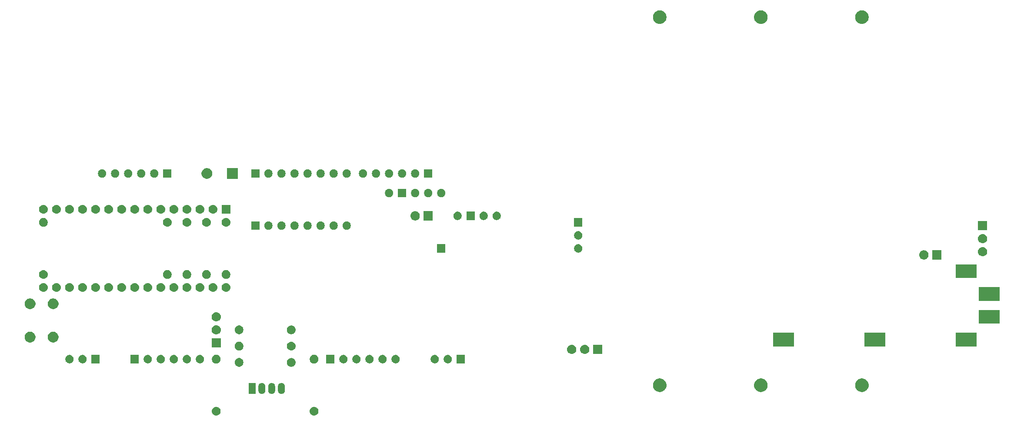
<source format=gbs>
G04 #@! TF.GenerationSoftware,KiCad,Pcbnew,(5.1.0)-1*
G04 #@! TF.CreationDate,2019-05-07T21:37:48+02:00*
G04 #@! TF.ProjectId,bigmax,6269676d-6178-42e6-9b69-6361645f7063,v2*
G04 #@! TF.SameCoordinates,Original*
G04 #@! TF.FileFunction,Soldermask,Bot*
G04 #@! TF.FilePolarity,Negative*
%FSLAX46Y46*%
G04 Gerber Fmt 4.6, Leading zero omitted, Abs format (unit mm)*
G04 Created by KiCad (PCBNEW (5.1.0)-1) date 2019-05-07 21:37:48*
%MOMM*%
%LPD*%
G04 APERTURE LIST*
%ADD10C,0.100000*%
G04 APERTURE END LIST*
D10*
G36*
X104941823Y-124891313D02*
G01*
X105102242Y-124939976D01*
X105234906Y-125010886D01*
X105250078Y-125018996D01*
X105379659Y-125125341D01*
X105486004Y-125254922D01*
X105486005Y-125254924D01*
X105565024Y-125402758D01*
X105613687Y-125563177D01*
X105630117Y-125730000D01*
X105613687Y-125896823D01*
X105565024Y-126057242D01*
X105494114Y-126189906D01*
X105486004Y-126205078D01*
X105379659Y-126334659D01*
X105250078Y-126441004D01*
X105250076Y-126441005D01*
X105102242Y-126520024D01*
X104941823Y-126568687D01*
X104816804Y-126581000D01*
X104733196Y-126581000D01*
X104608177Y-126568687D01*
X104447758Y-126520024D01*
X104299924Y-126441005D01*
X104299922Y-126441004D01*
X104170341Y-126334659D01*
X104063996Y-126205078D01*
X104055886Y-126189906D01*
X103984976Y-126057242D01*
X103936313Y-125896823D01*
X103919883Y-125730000D01*
X103936313Y-125563177D01*
X103984976Y-125402758D01*
X104063995Y-125254924D01*
X104063996Y-125254922D01*
X104170341Y-125125341D01*
X104299922Y-125018996D01*
X104315094Y-125010886D01*
X104447758Y-124939976D01*
X104608177Y-124891313D01*
X104733196Y-124879000D01*
X104816804Y-124879000D01*
X104941823Y-124891313D01*
X104941823Y-124891313D01*
G37*
G36*
X85891823Y-124891313D02*
G01*
X86052242Y-124939976D01*
X86184906Y-125010886D01*
X86200078Y-125018996D01*
X86329659Y-125125341D01*
X86436004Y-125254922D01*
X86436005Y-125254924D01*
X86515024Y-125402758D01*
X86563687Y-125563177D01*
X86580117Y-125730000D01*
X86563687Y-125896823D01*
X86515024Y-126057242D01*
X86444114Y-126189906D01*
X86436004Y-126205078D01*
X86329659Y-126334659D01*
X86200078Y-126441004D01*
X86200076Y-126441005D01*
X86052242Y-126520024D01*
X85891823Y-126568687D01*
X85766804Y-126581000D01*
X85683196Y-126581000D01*
X85558177Y-126568687D01*
X85397758Y-126520024D01*
X85249924Y-126441005D01*
X85249922Y-126441004D01*
X85120341Y-126334659D01*
X85013996Y-126205078D01*
X85005886Y-126189906D01*
X84934976Y-126057242D01*
X84886313Y-125896823D01*
X84869883Y-125730000D01*
X84886313Y-125563177D01*
X84934976Y-125402758D01*
X85013995Y-125254924D01*
X85013996Y-125254922D01*
X85120341Y-125125341D01*
X85249922Y-125018996D01*
X85265094Y-125010886D01*
X85397758Y-124939976D01*
X85558177Y-124891313D01*
X85683196Y-124879000D01*
X85766804Y-124879000D01*
X85891823Y-124891313D01*
X85891823Y-124891313D01*
G37*
G36*
X96654478Y-120243926D02*
G01*
X96722889Y-120264678D01*
X96783794Y-120283153D01*
X96902963Y-120346851D01*
X97007423Y-120432578D01*
X97093149Y-120537036D01*
X97156847Y-120656205D01*
X97173046Y-120709606D01*
X97194432Y-120780107D01*
X97196074Y-120785522D01*
X97206000Y-120886300D01*
X97206000Y-121683700D01*
X97196074Y-121784478D01*
X97156847Y-121913795D01*
X97093149Y-122032964D01*
X97007423Y-122137423D01*
X96902964Y-122223149D01*
X96783795Y-122286847D01*
X96730395Y-122303045D01*
X96654479Y-122326074D01*
X96520000Y-122339319D01*
X96385522Y-122326074D01*
X96309606Y-122303045D01*
X96256206Y-122286847D01*
X96137037Y-122223149D01*
X96032578Y-122137423D01*
X95946852Y-122032964D01*
X95883154Y-121913794D01*
X95883153Y-121913791D01*
X95843926Y-121784479D01*
X95834000Y-121683698D01*
X95834000Y-120886303D01*
X95843926Y-120785522D01*
X95883152Y-120656210D01*
X95883153Y-120656206D01*
X95946851Y-120537037D01*
X96032578Y-120432577D01*
X96137036Y-120346851D01*
X96256205Y-120283153D01*
X96317110Y-120264678D01*
X96385521Y-120243926D01*
X96520000Y-120230681D01*
X96654478Y-120243926D01*
X96654478Y-120243926D01*
G37*
G36*
X98559478Y-120243926D02*
G01*
X98627889Y-120264678D01*
X98688794Y-120283153D01*
X98807963Y-120346851D01*
X98912423Y-120432578D01*
X98998149Y-120537036D01*
X99061847Y-120656205D01*
X99078046Y-120709606D01*
X99099432Y-120780107D01*
X99101074Y-120785522D01*
X99111000Y-120886300D01*
X99111000Y-121683700D01*
X99101074Y-121784478D01*
X99061847Y-121913795D01*
X98998149Y-122032964D01*
X98912423Y-122137423D01*
X98807964Y-122223149D01*
X98688795Y-122286847D01*
X98635395Y-122303045D01*
X98559479Y-122326074D01*
X98425000Y-122339319D01*
X98290522Y-122326074D01*
X98214606Y-122303045D01*
X98161206Y-122286847D01*
X98042037Y-122223149D01*
X97937578Y-122137423D01*
X97851852Y-122032964D01*
X97788154Y-121913794D01*
X97788153Y-121913791D01*
X97748926Y-121784479D01*
X97739000Y-121683698D01*
X97739000Y-120886303D01*
X97748926Y-120785522D01*
X97788152Y-120656210D01*
X97788153Y-120656206D01*
X97851851Y-120537037D01*
X97937578Y-120432577D01*
X98042036Y-120346851D01*
X98161205Y-120283153D01*
X98222110Y-120264678D01*
X98290521Y-120243926D01*
X98425000Y-120230681D01*
X98559478Y-120243926D01*
X98559478Y-120243926D01*
G37*
G36*
X94749478Y-120243926D02*
G01*
X94817889Y-120264678D01*
X94878794Y-120283153D01*
X94997963Y-120346851D01*
X95102423Y-120432578D01*
X95188149Y-120537036D01*
X95251847Y-120656205D01*
X95268046Y-120709606D01*
X95289432Y-120780107D01*
X95291074Y-120785522D01*
X95301000Y-120886300D01*
X95301000Y-121683700D01*
X95291074Y-121784478D01*
X95251847Y-121913795D01*
X95188149Y-122032964D01*
X95102423Y-122137423D01*
X94997964Y-122223149D01*
X94878795Y-122286847D01*
X94825395Y-122303045D01*
X94749479Y-122326074D01*
X94615000Y-122339319D01*
X94480522Y-122326074D01*
X94404606Y-122303045D01*
X94351206Y-122286847D01*
X94232037Y-122223149D01*
X94127578Y-122137423D01*
X94041852Y-122032964D01*
X93978154Y-121913794D01*
X93978153Y-121913791D01*
X93938926Y-121784479D01*
X93929000Y-121683698D01*
X93929000Y-120886303D01*
X93938926Y-120785522D01*
X93978152Y-120656210D01*
X93978153Y-120656206D01*
X94041851Y-120537037D01*
X94127578Y-120432577D01*
X94232036Y-120346851D01*
X94351205Y-120283153D01*
X94412110Y-120264678D01*
X94480521Y-120243926D01*
X94615000Y-120230681D01*
X94749478Y-120243926D01*
X94749478Y-120243926D01*
G37*
G36*
X93396000Y-122336000D02*
G01*
X92024000Y-122336000D01*
X92024000Y-120234000D01*
X93396000Y-120234000D01*
X93396000Y-122336000D01*
X93396000Y-122336000D01*
G37*
G36*
X211712714Y-119354382D02*
G01*
X211840322Y-119379765D01*
X211981148Y-119438097D01*
X212080727Y-119479344D01*
X212080728Y-119479345D01*
X212297089Y-119623912D01*
X212481088Y-119807911D01*
X212577685Y-119952479D01*
X212625656Y-120024273D01*
X212666903Y-120123852D01*
X212725235Y-120264678D01*
X212728910Y-120283153D01*
X212776000Y-120519891D01*
X212776000Y-120780109D01*
X212750618Y-120907714D01*
X212725235Y-121035322D01*
X212666903Y-121176148D01*
X212625656Y-121275727D01*
X212625655Y-121275728D01*
X212481088Y-121492089D01*
X212297089Y-121676088D01*
X212152521Y-121772685D01*
X212080727Y-121820656D01*
X211981148Y-121861903D01*
X211840322Y-121920235D01*
X211712715Y-121945617D01*
X211585109Y-121971000D01*
X211324891Y-121971000D01*
X211197285Y-121945617D01*
X211069678Y-121920235D01*
X210928852Y-121861903D01*
X210829273Y-121820656D01*
X210757479Y-121772685D01*
X210612911Y-121676088D01*
X210428912Y-121492089D01*
X210284345Y-121275728D01*
X210284344Y-121275727D01*
X210243097Y-121176148D01*
X210184765Y-121035322D01*
X210159382Y-120907714D01*
X210134000Y-120780109D01*
X210134000Y-120519891D01*
X210181090Y-120283153D01*
X210184765Y-120264678D01*
X210243097Y-120123852D01*
X210284344Y-120024273D01*
X210332315Y-119952479D01*
X210428912Y-119807911D01*
X210612911Y-119623912D01*
X210829272Y-119479345D01*
X210829273Y-119479344D01*
X210928852Y-119438097D01*
X211069678Y-119379765D01*
X211197286Y-119354382D01*
X211324891Y-119329000D01*
X211585109Y-119329000D01*
X211712714Y-119354382D01*
X211712714Y-119354382D01*
G37*
G36*
X192027714Y-119354382D02*
G01*
X192155322Y-119379765D01*
X192296148Y-119438097D01*
X192395727Y-119479344D01*
X192395728Y-119479345D01*
X192612089Y-119623912D01*
X192796088Y-119807911D01*
X192892685Y-119952479D01*
X192940656Y-120024273D01*
X192981903Y-120123852D01*
X193040235Y-120264678D01*
X193043910Y-120283153D01*
X193091000Y-120519891D01*
X193091000Y-120780109D01*
X193065618Y-120907714D01*
X193040235Y-121035322D01*
X192981903Y-121176148D01*
X192940656Y-121275727D01*
X192940655Y-121275728D01*
X192796088Y-121492089D01*
X192612089Y-121676088D01*
X192467521Y-121772685D01*
X192395727Y-121820656D01*
X192296148Y-121861903D01*
X192155322Y-121920235D01*
X192027715Y-121945617D01*
X191900109Y-121971000D01*
X191639891Y-121971000D01*
X191512285Y-121945617D01*
X191384678Y-121920235D01*
X191243852Y-121861903D01*
X191144273Y-121820656D01*
X191072479Y-121772685D01*
X190927911Y-121676088D01*
X190743912Y-121492089D01*
X190599345Y-121275728D01*
X190599344Y-121275727D01*
X190558097Y-121176148D01*
X190499765Y-121035322D01*
X190474382Y-120907714D01*
X190449000Y-120780109D01*
X190449000Y-120519891D01*
X190496090Y-120283153D01*
X190499765Y-120264678D01*
X190558097Y-120123852D01*
X190599344Y-120024273D01*
X190647315Y-119952479D01*
X190743912Y-119807911D01*
X190927911Y-119623912D01*
X191144272Y-119479345D01*
X191144273Y-119479344D01*
X191243852Y-119438097D01*
X191384678Y-119379765D01*
X191512286Y-119354382D01*
X191639891Y-119329000D01*
X191900109Y-119329000D01*
X192027714Y-119354382D01*
X192027714Y-119354382D01*
G37*
G36*
X172342714Y-119354382D02*
G01*
X172470322Y-119379765D01*
X172611148Y-119438097D01*
X172710727Y-119479344D01*
X172710728Y-119479345D01*
X172927089Y-119623912D01*
X173111088Y-119807911D01*
X173207685Y-119952479D01*
X173255656Y-120024273D01*
X173296903Y-120123852D01*
X173355235Y-120264678D01*
X173358910Y-120283153D01*
X173406000Y-120519891D01*
X173406000Y-120780109D01*
X173380618Y-120907714D01*
X173355235Y-121035322D01*
X173296903Y-121176148D01*
X173255656Y-121275727D01*
X173255655Y-121275728D01*
X173111088Y-121492089D01*
X172927089Y-121676088D01*
X172782521Y-121772685D01*
X172710727Y-121820656D01*
X172611148Y-121861903D01*
X172470322Y-121920235D01*
X172342715Y-121945617D01*
X172215109Y-121971000D01*
X171954891Y-121971000D01*
X171827285Y-121945617D01*
X171699678Y-121920235D01*
X171558852Y-121861903D01*
X171459273Y-121820656D01*
X171387479Y-121772685D01*
X171242911Y-121676088D01*
X171058912Y-121492089D01*
X170914345Y-121275728D01*
X170914344Y-121275727D01*
X170873097Y-121176148D01*
X170814765Y-121035322D01*
X170789382Y-120907714D01*
X170764000Y-120780109D01*
X170764000Y-120519891D01*
X170811090Y-120283153D01*
X170814765Y-120264678D01*
X170873097Y-120123852D01*
X170914344Y-120024273D01*
X170962315Y-119952479D01*
X171058912Y-119807911D01*
X171242911Y-119623912D01*
X171459272Y-119479345D01*
X171459273Y-119479344D01*
X171558852Y-119438097D01*
X171699678Y-119379765D01*
X171827286Y-119354382D01*
X171954891Y-119329000D01*
X172215109Y-119329000D01*
X172342714Y-119354382D01*
X172342714Y-119354382D01*
G37*
G36*
X100496823Y-115366313D02*
G01*
X100657242Y-115414976D01*
X100724361Y-115450852D01*
X100805078Y-115493996D01*
X100934659Y-115600341D01*
X101041004Y-115729922D01*
X101041005Y-115729924D01*
X101120024Y-115877758D01*
X101168687Y-116038177D01*
X101185117Y-116205000D01*
X101168687Y-116371823D01*
X101120024Y-116532242D01*
X101079477Y-116608100D01*
X101041004Y-116680078D01*
X100934659Y-116809659D01*
X100805078Y-116916004D01*
X100805076Y-116916005D01*
X100657242Y-116995024D01*
X100496823Y-117043687D01*
X100371804Y-117056000D01*
X100288196Y-117056000D01*
X100163177Y-117043687D01*
X100002758Y-116995024D01*
X99854924Y-116916005D01*
X99854922Y-116916004D01*
X99725341Y-116809659D01*
X99618996Y-116680078D01*
X99580523Y-116608100D01*
X99539976Y-116532242D01*
X99491313Y-116371823D01*
X99474883Y-116205000D01*
X99491313Y-116038177D01*
X99539976Y-115877758D01*
X99618995Y-115729924D01*
X99618996Y-115729922D01*
X99725341Y-115600341D01*
X99854922Y-115493996D01*
X99935639Y-115450852D01*
X100002758Y-115414976D01*
X100163177Y-115366313D01*
X100288196Y-115354000D01*
X100371804Y-115354000D01*
X100496823Y-115366313D01*
X100496823Y-115366313D01*
G37*
G36*
X90418228Y-115386703D02*
G01*
X90573100Y-115450853D01*
X90712481Y-115543985D01*
X90831015Y-115662519D01*
X90924147Y-115801900D01*
X90988297Y-115956772D01*
X91021000Y-116121184D01*
X91021000Y-116288816D01*
X90988297Y-116453228D01*
X90924147Y-116608100D01*
X90831015Y-116747481D01*
X90712481Y-116866015D01*
X90573100Y-116959147D01*
X90418228Y-117023297D01*
X90253816Y-117056000D01*
X90086184Y-117056000D01*
X89921772Y-117023297D01*
X89766900Y-116959147D01*
X89627519Y-116866015D01*
X89508985Y-116747481D01*
X89415853Y-116608100D01*
X89351703Y-116453228D01*
X89319000Y-116288816D01*
X89319000Y-116121184D01*
X89351703Y-115956772D01*
X89415853Y-115801900D01*
X89508985Y-115662519D01*
X89627519Y-115543985D01*
X89766900Y-115450853D01*
X89921772Y-115386703D01*
X90086184Y-115354000D01*
X90253816Y-115354000D01*
X90418228Y-115386703D01*
X90418228Y-115386703D01*
G37*
G36*
X105023228Y-114751703D02*
G01*
X105178100Y-114815853D01*
X105317481Y-114908985D01*
X105436015Y-115027519D01*
X105529147Y-115166900D01*
X105593297Y-115321772D01*
X105626000Y-115486184D01*
X105626000Y-115653816D01*
X105593297Y-115818228D01*
X105529147Y-115973100D01*
X105436015Y-116112481D01*
X105317481Y-116231015D01*
X105178100Y-116324147D01*
X105023228Y-116388297D01*
X104858816Y-116421000D01*
X104691184Y-116421000D01*
X104526772Y-116388297D01*
X104371900Y-116324147D01*
X104232519Y-116231015D01*
X104113985Y-116112481D01*
X104020853Y-115973100D01*
X103956703Y-115818228D01*
X103924000Y-115653816D01*
X103924000Y-115486184D01*
X103956703Y-115321772D01*
X104020853Y-115166900D01*
X104113985Y-115027519D01*
X104232519Y-114908985D01*
X104371900Y-114815853D01*
X104526772Y-114751703D01*
X104691184Y-114719000D01*
X104858816Y-114719000D01*
X105023228Y-114751703D01*
X105023228Y-114751703D01*
G37*
G36*
X85973228Y-114751703D02*
G01*
X86128100Y-114815853D01*
X86267481Y-114908985D01*
X86386015Y-115027519D01*
X86479147Y-115166900D01*
X86543297Y-115321772D01*
X86576000Y-115486184D01*
X86576000Y-115653816D01*
X86543297Y-115818228D01*
X86479147Y-115973100D01*
X86386015Y-116112481D01*
X86267481Y-116231015D01*
X86128100Y-116324147D01*
X85973228Y-116388297D01*
X85808816Y-116421000D01*
X85641184Y-116421000D01*
X85476772Y-116388297D01*
X85321900Y-116324147D01*
X85182519Y-116231015D01*
X85063985Y-116112481D01*
X84970853Y-115973100D01*
X84906703Y-115818228D01*
X84874000Y-115653816D01*
X84874000Y-115486184D01*
X84906703Y-115321772D01*
X84970853Y-115166900D01*
X85063985Y-115027519D01*
X85182519Y-114908985D01*
X85321900Y-114815853D01*
X85476772Y-114751703D01*
X85641184Y-114719000D01*
X85808816Y-114719000D01*
X85973228Y-114751703D01*
X85973228Y-114751703D01*
G37*
G36*
X57387142Y-114788242D02*
G01*
X57535101Y-114849529D01*
X57668255Y-114938499D01*
X57781501Y-115051745D01*
X57870471Y-115184899D01*
X57931758Y-115332858D01*
X57963000Y-115489925D01*
X57963000Y-115650075D01*
X57931758Y-115807142D01*
X57870471Y-115955101D01*
X57781501Y-116088255D01*
X57668255Y-116201501D01*
X57535101Y-116290471D01*
X57387142Y-116351758D01*
X57230075Y-116383000D01*
X57069925Y-116383000D01*
X56912858Y-116351758D01*
X56764899Y-116290471D01*
X56631745Y-116201501D01*
X56518499Y-116088255D01*
X56429529Y-115955101D01*
X56368242Y-115807142D01*
X56337000Y-115650075D01*
X56337000Y-115489925D01*
X56368242Y-115332858D01*
X56429529Y-115184899D01*
X56518499Y-115051745D01*
X56631745Y-114938499D01*
X56764899Y-114849529D01*
X56912858Y-114788242D01*
X57069925Y-114757000D01*
X57230075Y-114757000D01*
X57387142Y-114788242D01*
X57387142Y-114788242D01*
G37*
G36*
X120887142Y-114788242D02*
G01*
X121035101Y-114849529D01*
X121168255Y-114938499D01*
X121281501Y-115051745D01*
X121370471Y-115184899D01*
X121431758Y-115332858D01*
X121463000Y-115489925D01*
X121463000Y-115650075D01*
X121431758Y-115807142D01*
X121370471Y-115955101D01*
X121281501Y-116088255D01*
X121168255Y-116201501D01*
X121035101Y-116290471D01*
X120887142Y-116351758D01*
X120730075Y-116383000D01*
X120569925Y-116383000D01*
X120412858Y-116351758D01*
X120264899Y-116290471D01*
X120131745Y-116201501D01*
X120018499Y-116088255D01*
X119929529Y-115955101D01*
X119868242Y-115807142D01*
X119837000Y-115650075D01*
X119837000Y-115489925D01*
X119868242Y-115332858D01*
X119929529Y-115184899D01*
X120018499Y-115051745D01*
X120131745Y-114938499D01*
X120264899Y-114849529D01*
X120412858Y-114788242D01*
X120569925Y-114757000D01*
X120730075Y-114757000D01*
X120887142Y-114788242D01*
X120887142Y-114788242D01*
G37*
G36*
X118347142Y-114788242D02*
G01*
X118495101Y-114849529D01*
X118628255Y-114938499D01*
X118741501Y-115051745D01*
X118830471Y-115184899D01*
X118891758Y-115332858D01*
X118923000Y-115489925D01*
X118923000Y-115650075D01*
X118891758Y-115807142D01*
X118830471Y-115955101D01*
X118741501Y-116088255D01*
X118628255Y-116201501D01*
X118495101Y-116290471D01*
X118347142Y-116351758D01*
X118190075Y-116383000D01*
X118029925Y-116383000D01*
X117872858Y-116351758D01*
X117724899Y-116290471D01*
X117591745Y-116201501D01*
X117478499Y-116088255D01*
X117389529Y-115955101D01*
X117328242Y-115807142D01*
X117297000Y-115650075D01*
X117297000Y-115489925D01*
X117328242Y-115332858D01*
X117389529Y-115184899D01*
X117478499Y-115051745D01*
X117591745Y-114938499D01*
X117724899Y-114849529D01*
X117872858Y-114788242D01*
X118029925Y-114757000D01*
X118190075Y-114757000D01*
X118347142Y-114788242D01*
X118347142Y-114788242D01*
G37*
G36*
X115807142Y-114788242D02*
G01*
X115955101Y-114849529D01*
X116088255Y-114938499D01*
X116201501Y-115051745D01*
X116290471Y-115184899D01*
X116351758Y-115332858D01*
X116383000Y-115489925D01*
X116383000Y-115650075D01*
X116351758Y-115807142D01*
X116290471Y-115955101D01*
X116201501Y-116088255D01*
X116088255Y-116201501D01*
X115955101Y-116290471D01*
X115807142Y-116351758D01*
X115650075Y-116383000D01*
X115489925Y-116383000D01*
X115332858Y-116351758D01*
X115184899Y-116290471D01*
X115051745Y-116201501D01*
X114938499Y-116088255D01*
X114849529Y-115955101D01*
X114788242Y-115807142D01*
X114757000Y-115650075D01*
X114757000Y-115489925D01*
X114788242Y-115332858D01*
X114849529Y-115184899D01*
X114938499Y-115051745D01*
X115051745Y-114938499D01*
X115184899Y-114849529D01*
X115332858Y-114788242D01*
X115489925Y-114757000D01*
X115650075Y-114757000D01*
X115807142Y-114788242D01*
X115807142Y-114788242D01*
G37*
G36*
X70663000Y-116383000D02*
G01*
X69037000Y-116383000D01*
X69037000Y-114757000D01*
X70663000Y-114757000D01*
X70663000Y-116383000D01*
X70663000Y-116383000D01*
G37*
G36*
X75167142Y-114788242D02*
G01*
X75315101Y-114849529D01*
X75448255Y-114938499D01*
X75561501Y-115051745D01*
X75650471Y-115184899D01*
X75711758Y-115332858D01*
X75743000Y-115489925D01*
X75743000Y-115650075D01*
X75711758Y-115807142D01*
X75650471Y-115955101D01*
X75561501Y-116088255D01*
X75448255Y-116201501D01*
X75315101Y-116290471D01*
X75167142Y-116351758D01*
X75010075Y-116383000D01*
X74849925Y-116383000D01*
X74692858Y-116351758D01*
X74544899Y-116290471D01*
X74411745Y-116201501D01*
X74298499Y-116088255D01*
X74209529Y-115955101D01*
X74148242Y-115807142D01*
X74117000Y-115650075D01*
X74117000Y-115489925D01*
X74148242Y-115332858D01*
X74209529Y-115184899D01*
X74298499Y-115051745D01*
X74411745Y-114938499D01*
X74544899Y-114849529D01*
X74692858Y-114788242D01*
X74849925Y-114757000D01*
X75010075Y-114757000D01*
X75167142Y-114788242D01*
X75167142Y-114788242D01*
G37*
G36*
X72627142Y-114788242D02*
G01*
X72775101Y-114849529D01*
X72908255Y-114938499D01*
X73021501Y-115051745D01*
X73110471Y-115184899D01*
X73171758Y-115332858D01*
X73203000Y-115489925D01*
X73203000Y-115650075D01*
X73171758Y-115807142D01*
X73110471Y-115955101D01*
X73021501Y-116088255D01*
X72908255Y-116201501D01*
X72775101Y-116290471D01*
X72627142Y-116351758D01*
X72470075Y-116383000D01*
X72309925Y-116383000D01*
X72152858Y-116351758D01*
X72004899Y-116290471D01*
X71871745Y-116201501D01*
X71758499Y-116088255D01*
X71669529Y-115955101D01*
X71608242Y-115807142D01*
X71577000Y-115650075D01*
X71577000Y-115489925D01*
X71608242Y-115332858D01*
X71669529Y-115184899D01*
X71758499Y-115051745D01*
X71871745Y-114938499D01*
X72004899Y-114849529D01*
X72152858Y-114788242D01*
X72309925Y-114757000D01*
X72470075Y-114757000D01*
X72627142Y-114788242D01*
X72627142Y-114788242D01*
G37*
G36*
X108763000Y-116383000D02*
G01*
X107137000Y-116383000D01*
X107137000Y-114757000D01*
X108763000Y-114757000D01*
X108763000Y-116383000D01*
X108763000Y-116383000D01*
G37*
G36*
X110727142Y-114788242D02*
G01*
X110875101Y-114849529D01*
X111008255Y-114938499D01*
X111121501Y-115051745D01*
X111210471Y-115184899D01*
X111271758Y-115332858D01*
X111303000Y-115489925D01*
X111303000Y-115650075D01*
X111271758Y-115807142D01*
X111210471Y-115955101D01*
X111121501Y-116088255D01*
X111008255Y-116201501D01*
X110875101Y-116290471D01*
X110727142Y-116351758D01*
X110570075Y-116383000D01*
X110409925Y-116383000D01*
X110252858Y-116351758D01*
X110104899Y-116290471D01*
X109971745Y-116201501D01*
X109858499Y-116088255D01*
X109769529Y-115955101D01*
X109708242Y-115807142D01*
X109677000Y-115650075D01*
X109677000Y-115489925D01*
X109708242Y-115332858D01*
X109769529Y-115184899D01*
X109858499Y-115051745D01*
X109971745Y-114938499D01*
X110104899Y-114849529D01*
X110252858Y-114788242D01*
X110409925Y-114757000D01*
X110570075Y-114757000D01*
X110727142Y-114788242D01*
X110727142Y-114788242D01*
G37*
G36*
X63043000Y-116383000D02*
G01*
X61417000Y-116383000D01*
X61417000Y-114757000D01*
X63043000Y-114757000D01*
X63043000Y-116383000D01*
X63043000Y-116383000D01*
G37*
G36*
X77707142Y-114788242D02*
G01*
X77855101Y-114849529D01*
X77988255Y-114938499D01*
X78101501Y-115051745D01*
X78190471Y-115184899D01*
X78251758Y-115332858D01*
X78283000Y-115489925D01*
X78283000Y-115650075D01*
X78251758Y-115807142D01*
X78190471Y-115955101D01*
X78101501Y-116088255D01*
X77988255Y-116201501D01*
X77855101Y-116290471D01*
X77707142Y-116351758D01*
X77550075Y-116383000D01*
X77389925Y-116383000D01*
X77232858Y-116351758D01*
X77084899Y-116290471D01*
X76951745Y-116201501D01*
X76838499Y-116088255D01*
X76749529Y-115955101D01*
X76688242Y-115807142D01*
X76657000Y-115650075D01*
X76657000Y-115489925D01*
X76688242Y-115332858D01*
X76749529Y-115184899D01*
X76838499Y-115051745D01*
X76951745Y-114938499D01*
X77084899Y-114849529D01*
X77232858Y-114788242D01*
X77389925Y-114757000D01*
X77550075Y-114757000D01*
X77707142Y-114788242D01*
X77707142Y-114788242D01*
G37*
G36*
X80247142Y-114788242D02*
G01*
X80395101Y-114849529D01*
X80528255Y-114938499D01*
X80641501Y-115051745D01*
X80730471Y-115184899D01*
X80791758Y-115332858D01*
X80823000Y-115489925D01*
X80823000Y-115650075D01*
X80791758Y-115807142D01*
X80730471Y-115955101D01*
X80641501Y-116088255D01*
X80528255Y-116201501D01*
X80395101Y-116290471D01*
X80247142Y-116351758D01*
X80090075Y-116383000D01*
X79929925Y-116383000D01*
X79772858Y-116351758D01*
X79624899Y-116290471D01*
X79491745Y-116201501D01*
X79378499Y-116088255D01*
X79289529Y-115955101D01*
X79228242Y-115807142D01*
X79197000Y-115650075D01*
X79197000Y-115489925D01*
X79228242Y-115332858D01*
X79289529Y-115184899D01*
X79378499Y-115051745D01*
X79491745Y-114938499D01*
X79624899Y-114849529D01*
X79772858Y-114788242D01*
X79929925Y-114757000D01*
X80090075Y-114757000D01*
X80247142Y-114788242D01*
X80247142Y-114788242D01*
G37*
G36*
X82787142Y-114788242D02*
G01*
X82935101Y-114849529D01*
X83068255Y-114938499D01*
X83181501Y-115051745D01*
X83270471Y-115184899D01*
X83331758Y-115332858D01*
X83363000Y-115489925D01*
X83363000Y-115650075D01*
X83331758Y-115807142D01*
X83270471Y-115955101D01*
X83181501Y-116088255D01*
X83068255Y-116201501D01*
X82935101Y-116290471D01*
X82787142Y-116351758D01*
X82630075Y-116383000D01*
X82469925Y-116383000D01*
X82312858Y-116351758D01*
X82164899Y-116290471D01*
X82031745Y-116201501D01*
X81918499Y-116088255D01*
X81829529Y-115955101D01*
X81768242Y-115807142D01*
X81737000Y-115650075D01*
X81737000Y-115489925D01*
X81768242Y-115332858D01*
X81829529Y-115184899D01*
X81918499Y-115051745D01*
X82031745Y-114938499D01*
X82164899Y-114849529D01*
X82312858Y-114788242D01*
X82469925Y-114757000D01*
X82630075Y-114757000D01*
X82787142Y-114788242D01*
X82787142Y-114788242D01*
G37*
G36*
X134163000Y-116383000D02*
G01*
X132537000Y-116383000D01*
X132537000Y-114757000D01*
X134163000Y-114757000D01*
X134163000Y-116383000D01*
X134163000Y-116383000D01*
G37*
G36*
X128507142Y-114788242D02*
G01*
X128655101Y-114849529D01*
X128788255Y-114938499D01*
X128901501Y-115051745D01*
X128990471Y-115184899D01*
X129051758Y-115332858D01*
X129083000Y-115489925D01*
X129083000Y-115650075D01*
X129051758Y-115807142D01*
X128990471Y-115955101D01*
X128901501Y-116088255D01*
X128788255Y-116201501D01*
X128655101Y-116290471D01*
X128507142Y-116351758D01*
X128350075Y-116383000D01*
X128189925Y-116383000D01*
X128032858Y-116351758D01*
X127884899Y-116290471D01*
X127751745Y-116201501D01*
X127638499Y-116088255D01*
X127549529Y-115955101D01*
X127488242Y-115807142D01*
X127457000Y-115650075D01*
X127457000Y-115489925D01*
X127488242Y-115332858D01*
X127549529Y-115184899D01*
X127638499Y-115051745D01*
X127751745Y-114938499D01*
X127884899Y-114849529D01*
X128032858Y-114788242D01*
X128189925Y-114757000D01*
X128350075Y-114757000D01*
X128507142Y-114788242D01*
X128507142Y-114788242D01*
G37*
G36*
X131047142Y-114788242D02*
G01*
X131195101Y-114849529D01*
X131328255Y-114938499D01*
X131441501Y-115051745D01*
X131530471Y-115184899D01*
X131591758Y-115332858D01*
X131623000Y-115489925D01*
X131623000Y-115650075D01*
X131591758Y-115807142D01*
X131530471Y-115955101D01*
X131441501Y-116088255D01*
X131328255Y-116201501D01*
X131195101Y-116290471D01*
X131047142Y-116351758D01*
X130890075Y-116383000D01*
X130729925Y-116383000D01*
X130572858Y-116351758D01*
X130424899Y-116290471D01*
X130291745Y-116201501D01*
X130178499Y-116088255D01*
X130089529Y-115955101D01*
X130028242Y-115807142D01*
X129997000Y-115650075D01*
X129997000Y-115489925D01*
X130028242Y-115332858D01*
X130089529Y-115184899D01*
X130178499Y-115051745D01*
X130291745Y-114938499D01*
X130424899Y-114849529D01*
X130572858Y-114788242D01*
X130729925Y-114757000D01*
X130890075Y-114757000D01*
X131047142Y-114788242D01*
X131047142Y-114788242D01*
G37*
G36*
X59927142Y-114788242D02*
G01*
X60075101Y-114849529D01*
X60208255Y-114938499D01*
X60321501Y-115051745D01*
X60410471Y-115184899D01*
X60471758Y-115332858D01*
X60503000Y-115489925D01*
X60503000Y-115650075D01*
X60471758Y-115807142D01*
X60410471Y-115955101D01*
X60321501Y-116088255D01*
X60208255Y-116201501D01*
X60075101Y-116290471D01*
X59927142Y-116351758D01*
X59770075Y-116383000D01*
X59609925Y-116383000D01*
X59452858Y-116351758D01*
X59304899Y-116290471D01*
X59171745Y-116201501D01*
X59058499Y-116088255D01*
X58969529Y-115955101D01*
X58908242Y-115807142D01*
X58877000Y-115650075D01*
X58877000Y-115489925D01*
X58908242Y-115332858D01*
X58969529Y-115184899D01*
X59058499Y-115051745D01*
X59171745Y-114938499D01*
X59304899Y-114849529D01*
X59452858Y-114788242D01*
X59609925Y-114757000D01*
X59770075Y-114757000D01*
X59927142Y-114788242D01*
X59927142Y-114788242D01*
G37*
G36*
X113267142Y-114788242D02*
G01*
X113415101Y-114849529D01*
X113548255Y-114938499D01*
X113661501Y-115051745D01*
X113750471Y-115184899D01*
X113811758Y-115332858D01*
X113843000Y-115489925D01*
X113843000Y-115650075D01*
X113811758Y-115807142D01*
X113750471Y-115955101D01*
X113661501Y-116088255D01*
X113548255Y-116201501D01*
X113415101Y-116290471D01*
X113267142Y-116351758D01*
X113110075Y-116383000D01*
X112949925Y-116383000D01*
X112792858Y-116351758D01*
X112644899Y-116290471D01*
X112511745Y-116201501D01*
X112398499Y-116088255D01*
X112309529Y-115955101D01*
X112248242Y-115807142D01*
X112217000Y-115650075D01*
X112217000Y-115489925D01*
X112248242Y-115332858D01*
X112309529Y-115184899D01*
X112398499Y-115051745D01*
X112511745Y-114938499D01*
X112644899Y-114849529D01*
X112792858Y-114788242D01*
X112949925Y-114757000D01*
X113110075Y-114757000D01*
X113267142Y-114788242D01*
X113267142Y-114788242D01*
G37*
G36*
X155050442Y-112770518D02*
G01*
X155116627Y-112777037D01*
X155286466Y-112828557D01*
X155442991Y-112912222D01*
X155478729Y-112941552D01*
X155580186Y-113024814D01*
X155653226Y-113113815D01*
X155692778Y-113162009D01*
X155776443Y-113318534D01*
X155827963Y-113488373D01*
X155845359Y-113665000D01*
X155827963Y-113841627D01*
X155776443Y-114011466D01*
X155692778Y-114167991D01*
X155663448Y-114203729D01*
X155580186Y-114305186D01*
X155478729Y-114388448D01*
X155442991Y-114417778D01*
X155286466Y-114501443D01*
X155116627Y-114552963D01*
X155050442Y-114559482D01*
X154984260Y-114566000D01*
X154895740Y-114566000D01*
X154829558Y-114559482D01*
X154763373Y-114552963D01*
X154593534Y-114501443D01*
X154437009Y-114417778D01*
X154401271Y-114388448D01*
X154299814Y-114305186D01*
X154216552Y-114203729D01*
X154187222Y-114167991D01*
X154103557Y-114011466D01*
X154052037Y-113841627D01*
X154034641Y-113665000D01*
X154052037Y-113488373D01*
X154103557Y-113318534D01*
X154187222Y-113162009D01*
X154226774Y-113113815D01*
X154299814Y-113024814D01*
X154401271Y-112941552D01*
X154437009Y-112912222D01*
X154593534Y-112828557D01*
X154763373Y-112777037D01*
X154829558Y-112770518D01*
X154895740Y-112764000D01*
X154984260Y-112764000D01*
X155050442Y-112770518D01*
X155050442Y-112770518D01*
G37*
G36*
X157590442Y-112770518D02*
G01*
X157656627Y-112777037D01*
X157826466Y-112828557D01*
X157982991Y-112912222D01*
X158018729Y-112941552D01*
X158120186Y-113024814D01*
X158193226Y-113113815D01*
X158232778Y-113162009D01*
X158316443Y-113318534D01*
X158367963Y-113488373D01*
X158385359Y-113665000D01*
X158367963Y-113841627D01*
X158316443Y-114011466D01*
X158232778Y-114167991D01*
X158203448Y-114203729D01*
X158120186Y-114305186D01*
X158018729Y-114388448D01*
X157982991Y-114417778D01*
X157826466Y-114501443D01*
X157656627Y-114552963D01*
X157590442Y-114559482D01*
X157524260Y-114566000D01*
X157435740Y-114566000D01*
X157369558Y-114559482D01*
X157303373Y-114552963D01*
X157133534Y-114501443D01*
X156977009Y-114417778D01*
X156941271Y-114388448D01*
X156839814Y-114305186D01*
X156756552Y-114203729D01*
X156727222Y-114167991D01*
X156643557Y-114011466D01*
X156592037Y-113841627D01*
X156574641Y-113665000D01*
X156592037Y-113488373D01*
X156643557Y-113318534D01*
X156727222Y-113162009D01*
X156766774Y-113113815D01*
X156839814Y-113024814D01*
X156941271Y-112941552D01*
X156977009Y-112912222D01*
X157133534Y-112828557D01*
X157303373Y-112777037D01*
X157369558Y-112770518D01*
X157435740Y-112764000D01*
X157524260Y-112764000D01*
X157590442Y-112770518D01*
X157590442Y-112770518D01*
G37*
G36*
X160921000Y-114566000D02*
G01*
X159119000Y-114566000D01*
X159119000Y-112764000D01*
X160921000Y-112764000D01*
X160921000Y-114566000D01*
X160921000Y-114566000D01*
G37*
G36*
X90418228Y-112211703D02*
G01*
X90573100Y-112275853D01*
X90712481Y-112368985D01*
X90831015Y-112487519D01*
X90924147Y-112626900D01*
X90988297Y-112781772D01*
X91021000Y-112946184D01*
X91021000Y-113113816D01*
X90988297Y-113278228D01*
X90924147Y-113433100D01*
X90831015Y-113572481D01*
X90712481Y-113691015D01*
X90573100Y-113784147D01*
X90418228Y-113848297D01*
X90253816Y-113881000D01*
X90086184Y-113881000D01*
X89921772Y-113848297D01*
X89766900Y-113784147D01*
X89627519Y-113691015D01*
X89508985Y-113572481D01*
X89415853Y-113433100D01*
X89351703Y-113278228D01*
X89319000Y-113113816D01*
X89319000Y-112946184D01*
X89351703Y-112781772D01*
X89415853Y-112626900D01*
X89508985Y-112487519D01*
X89627519Y-112368985D01*
X89766900Y-112275853D01*
X89921772Y-112211703D01*
X90086184Y-112179000D01*
X90253816Y-112179000D01*
X90418228Y-112211703D01*
X90418228Y-112211703D01*
G37*
G36*
X100496823Y-112191313D02*
G01*
X100657242Y-112239976D01*
X100724361Y-112275852D01*
X100805078Y-112318996D01*
X100934659Y-112425341D01*
X101041004Y-112554922D01*
X101041005Y-112554924D01*
X101120024Y-112702758D01*
X101168687Y-112863177D01*
X101185117Y-113030000D01*
X101168687Y-113196823D01*
X101120024Y-113357242D01*
X101079477Y-113433100D01*
X101041004Y-113505078D01*
X100934659Y-113634659D01*
X100805078Y-113741004D01*
X100805076Y-113741005D01*
X100657242Y-113820024D01*
X100496823Y-113868687D01*
X100371804Y-113881000D01*
X100288196Y-113881000D01*
X100163177Y-113868687D01*
X100002758Y-113820024D01*
X99854924Y-113741005D01*
X99854922Y-113741004D01*
X99725341Y-113634659D01*
X99618996Y-113505078D01*
X99580523Y-113433100D01*
X99539976Y-113357242D01*
X99491313Y-113196823D01*
X99474883Y-113030000D01*
X99491313Y-112863177D01*
X99539976Y-112702758D01*
X99618995Y-112554924D01*
X99618996Y-112554922D01*
X99725341Y-112425341D01*
X99854922Y-112318996D01*
X99935639Y-112275852D01*
X100002758Y-112239976D01*
X100163177Y-112191313D01*
X100288196Y-112179000D01*
X100371804Y-112179000D01*
X100496823Y-112191313D01*
X100496823Y-112191313D01*
G37*
G36*
X86626000Y-113296000D02*
G01*
X84824000Y-113296000D01*
X84824000Y-111494000D01*
X86626000Y-111494000D01*
X86626000Y-113296000D01*
X86626000Y-113296000D01*
G37*
G36*
X198266000Y-113091000D02*
G01*
X194164000Y-113091000D01*
X194164000Y-110429000D01*
X198266000Y-110429000D01*
X198266000Y-113091000D01*
X198266000Y-113091000D01*
G37*
G36*
X216046000Y-113091000D02*
G01*
X211944000Y-113091000D01*
X211944000Y-110429000D01*
X216046000Y-110429000D01*
X216046000Y-113091000D01*
X216046000Y-113091000D01*
G37*
G36*
X233826000Y-113091000D02*
G01*
X229724000Y-113091000D01*
X229724000Y-110429000D01*
X233826000Y-110429000D01*
X233826000Y-113091000D01*
X233826000Y-113091000D01*
G37*
G36*
X49781564Y-110264389D02*
G01*
X49972833Y-110343615D01*
X49972835Y-110343616D01*
X50144973Y-110458635D01*
X50291365Y-110605027D01*
X50336982Y-110673297D01*
X50406385Y-110777167D01*
X50485611Y-110968436D01*
X50526000Y-111171484D01*
X50526000Y-111378516D01*
X50485611Y-111581564D01*
X50406385Y-111772833D01*
X50406384Y-111772835D01*
X50291365Y-111944973D01*
X50144973Y-112091365D01*
X49972835Y-112206384D01*
X49972834Y-112206385D01*
X49972833Y-112206385D01*
X49781564Y-112285611D01*
X49578516Y-112326000D01*
X49371484Y-112326000D01*
X49168436Y-112285611D01*
X48977167Y-112206385D01*
X48977166Y-112206385D01*
X48977165Y-112206384D01*
X48805027Y-112091365D01*
X48658635Y-111944973D01*
X48543616Y-111772835D01*
X48543615Y-111772833D01*
X48464389Y-111581564D01*
X48424000Y-111378516D01*
X48424000Y-111171484D01*
X48464389Y-110968436D01*
X48543615Y-110777167D01*
X48613019Y-110673297D01*
X48658635Y-110605027D01*
X48805027Y-110458635D01*
X48977165Y-110343616D01*
X48977167Y-110343615D01*
X49168436Y-110264389D01*
X49371484Y-110224000D01*
X49578516Y-110224000D01*
X49781564Y-110264389D01*
X49781564Y-110264389D01*
G37*
G36*
X54281564Y-110264389D02*
G01*
X54472833Y-110343615D01*
X54472835Y-110343616D01*
X54644973Y-110458635D01*
X54791365Y-110605027D01*
X54836982Y-110673297D01*
X54906385Y-110777167D01*
X54985611Y-110968436D01*
X55026000Y-111171484D01*
X55026000Y-111378516D01*
X54985611Y-111581564D01*
X54906385Y-111772833D01*
X54906384Y-111772835D01*
X54791365Y-111944973D01*
X54644973Y-112091365D01*
X54472835Y-112206384D01*
X54472834Y-112206385D01*
X54472833Y-112206385D01*
X54281564Y-112285611D01*
X54078516Y-112326000D01*
X53871484Y-112326000D01*
X53668436Y-112285611D01*
X53477167Y-112206385D01*
X53477166Y-112206385D01*
X53477165Y-112206384D01*
X53305027Y-112091365D01*
X53158635Y-111944973D01*
X53043616Y-111772835D01*
X53043615Y-111772833D01*
X52964389Y-111581564D01*
X52924000Y-111378516D01*
X52924000Y-111171484D01*
X52964389Y-110968436D01*
X53043615Y-110777167D01*
X53113019Y-110673297D01*
X53158635Y-110605027D01*
X53305027Y-110458635D01*
X53477165Y-110343616D01*
X53477167Y-110343615D01*
X53668436Y-110264389D01*
X53871484Y-110224000D01*
X54078516Y-110224000D01*
X54281564Y-110264389D01*
X54281564Y-110264389D01*
G37*
G36*
X85835443Y-108960519D02*
G01*
X85901627Y-108967037D01*
X86071466Y-109018557D01*
X86227991Y-109102222D01*
X86263729Y-109131552D01*
X86365186Y-109214814D01*
X86445369Y-109312519D01*
X86477778Y-109352009D01*
X86561443Y-109508534D01*
X86612963Y-109678373D01*
X86630359Y-109855000D01*
X86612963Y-110031627D01*
X86561443Y-110201466D01*
X86477778Y-110357991D01*
X86448448Y-110393729D01*
X86365186Y-110495186D01*
X86263729Y-110578448D01*
X86227991Y-110607778D01*
X86071466Y-110691443D01*
X85901627Y-110742963D01*
X85835442Y-110749482D01*
X85769260Y-110756000D01*
X85680740Y-110756000D01*
X85614558Y-110749482D01*
X85548373Y-110742963D01*
X85378534Y-110691443D01*
X85222009Y-110607778D01*
X85186271Y-110578448D01*
X85084814Y-110495186D01*
X85001552Y-110393729D01*
X84972222Y-110357991D01*
X84888557Y-110201466D01*
X84837037Y-110031627D01*
X84819641Y-109855000D01*
X84837037Y-109678373D01*
X84888557Y-109508534D01*
X84972222Y-109352009D01*
X85004631Y-109312519D01*
X85084814Y-109214814D01*
X85186271Y-109131552D01*
X85222009Y-109102222D01*
X85378534Y-109018557D01*
X85548373Y-108967037D01*
X85614557Y-108960519D01*
X85680740Y-108954000D01*
X85769260Y-108954000D01*
X85835443Y-108960519D01*
X85835443Y-108960519D01*
G37*
G36*
X100496823Y-109016313D02*
G01*
X100657242Y-109064976D01*
X100724361Y-109100852D01*
X100805078Y-109143996D01*
X100934659Y-109250341D01*
X101041004Y-109379922D01*
X101041005Y-109379924D01*
X101120024Y-109527758D01*
X101168687Y-109688177D01*
X101185117Y-109855000D01*
X101168687Y-110021823D01*
X101120024Y-110182242D01*
X101079477Y-110258100D01*
X101041004Y-110330078D01*
X100934659Y-110459659D01*
X100805078Y-110566004D01*
X100805076Y-110566005D01*
X100657242Y-110645024D01*
X100496823Y-110693687D01*
X100371804Y-110706000D01*
X100288196Y-110706000D01*
X100163177Y-110693687D01*
X100002758Y-110645024D01*
X99854924Y-110566005D01*
X99854922Y-110566004D01*
X99725341Y-110459659D01*
X99618996Y-110330078D01*
X99580523Y-110258100D01*
X99539976Y-110182242D01*
X99491313Y-110021823D01*
X99474883Y-109855000D01*
X99491313Y-109688177D01*
X99539976Y-109527758D01*
X99618995Y-109379924D01*
X99618996Y-109379922D01*
X99725341Y-109250341D01*
X99854922Y-109143996D01*
X99935639Y-109100852D01*
X100002758Y-109064976D01*
X100163177Y-109016313D01*
X100288196Y-109004000D01*
X100371804Y-109004000D01*
X100496823Y-109016313D01*
X100496823Y-109016313D01*
G37*
G36*
X90418228Y-109036703D02*
G01*
X90573100Y-109100853D01*
X90712481Y-109193985D01*
X90831015Y-109312519D01*
X90924147Y-109451900D01*
X90988297Y-109606772D01*
X91021000Y-109771184D01*
X91021000Y-109938816D01*
X90988297Y-110103228D01*
X90924147Y-110258100D01*
X90831015Y-110397481D01*
X90712481Y-110516015D01*
X90573100Y-110609147D01*
X90418228Y-110673297D01*
X90253816Y-110706000D01*
X90086184Y-110706000D01*
X89921772Y-110673297D01*
X89766900Y-110609147D01*
X89627519Y-110516015D01*
X89508985Y-110397481D01*
X89415853Y-110258100D01*
X89351703Y-110103228D01*
X89319000Y-109938816D01*
X89319000Y-109771184D01*
X89351703Y-109606772D01*
X89415853Y-109451900D01*
X89508985Y-109312519D01*
X89627519Y-109193985D01*
X89766900Y-109100853D01*
X89921772Y-109036703D01*
X90086184Y-109004000D01*
X90253816Y-109004000D01*
X90418228Y-109036703D01*
X90418228Y-109036703D01*
G37*
G36*
X238271000Y-108646000D02*
G01*
X234169000Y-108646000D01*
X234169000Y-105984000D01*
X238271000Y-105984000D01*
X238271000Y-108646000D01*
X238271000Y-108646000D01*
G37*
G36*
X85835443Y-106420519D02*
G01*
X85901627Y-106427037D01*
X86071466Y-106478557D01*
X86227991Y-106562222D01*
X86263729Y-106591552D01*
X86365186Y-106674814D01*
X86448448Y-106776271D01*
X86477778Y-106812009D01*
X86561443Y-106968534D01*
X86612963Y-107138373D01*
X86630359Y-107315000D01*
X86612963Y-107491627D01*
X86561443Y-107661466D01*
X86477778Y-107817991D01*
X86448448Y-107853729D01*
X86365186Y-107955186D01*
X86263729Y-108038448D01*
X86227991Y-108067778D01*
X86071466Y-108151443D01*
X85901627Y-108202963D01*
X85835443Y-108209481D01*
X85769260Y-108216000D01*
X85680740Y-108216000D01*
X85614557Y-108209481D01*
X85548373Y-108202963D01*
X85378534Y-108151443D01*
X85222009Y-108067778D01*
X85186271Y-108038448D01*
X85084814Y-107955186D01*
X85001552Y-107853729D01*
X84972222Y-107817991D01*
X84888557Y-107661466D01*
X84837037Y-107491627D01*
X84819641Y-107315000D01*
X84837037Y-107138373D01*
X84888557Y-106968534D01*
X84972222Y-106812009D01*
X85001552Y-106776271D01*
X85084814Y-106674814D01*
X85186271Y-106591552D01*
X85222009Y-106562222D01*
X85378534Y-106478557D01*
X85548373Y-106427037D01*
X85614557Y-106420519D01*
X85680740Y-106414000D01*
X85769260Y-106414000D01*
X85835443Y-106420519D01*
X85835443Y-106420519D01*
G37*
G36*
X49781564Y-103764389D02*
G01*
X49972833Y-103843615D01*
X49972835Y-103843616D01*
X50144973Y-103958635D01*
X50291365Y-104105027D01*
X50406385Y-104277167D01*
X50485611Y-104468436D01*
X50526000Y-104671484D01*
X50526000Y-104878516D01*
X50485611Y-105081564D01*
X50406385Y-105272833D01*
X50406384Y-105272835D01*
X50291365Y-105444973D01*
X50144973Y-105591365D01*
X49972835Y-105706384D01*
X49972834Y-105706385D01*
X49972833Y-105706385D01*
X49781564Y-105785611D01*
X49578516Y-105826000D01*
X49371484Y-105826000D01*
X49168436Y-105785611D01*
X48977167Y-105706385D01*
X48977166Y-105706385D01*
X48977165Y-105706384D01*
X48805027Y-105591365D01*
X48658635Y-105444973D01*
X48543616Y-105272835D01*
X48543615Y-105272833D01*
X48464389Y-105081564D01*
X48424000Y-104878516D01*
X48424000Y-104671484D01*
X48464389Y-104468436D01*
X48543615Y-104277167D01*
X48658635Y-104105027D01*
X48805027Y-103958635D01*
X48977165Y-103843616D01*
X48977167Y-103843615D01*
X49168436Y-103764389D01*
X49371484Y-103724000D01*
X49578516Y-103724000D01*
X49781564Y-103764389D01*
X49781564Y-103764389D01*
G37*
G36*
X54281564Y-103764389D02*
G01*
X54472833Y-103843615D01*
X54472835Y-103843616D01*
X54644973Y-103958635D01*
X54791365Y-104105027D01*
X54906385Y-104277167D01*
X54985611Y-104468436D01*
X55026000Y-104671484D01*
X55026000Y-104878516D01*
X54985611Y-105081564D01*
X54906385Y-105272833D01*
X54906384Y-105272835D01*
X54791365Y-105444973D01*
X54644973Y-105591365D01*
X54472835Y-105706384D01*
X54472834Y-105706385D01*
X54472833Y-105706385D01*
X54281564Y-105785611D01*
X54078516Y-105826000D01*
X53871484Y-105826000D01*
X53668436Y-105785611D01*
X53477167Y-105706385D01*
X53477166Y-105706385D01*
X53477165Y-105706384D01*
X53305027Y-105591365D01*
X53158635Y-105444973D01*
X53043616Y-105272835D01*
X53043615Y-105272833D01*
X52964389Y-105081564D01*
X52924000Y-104878516D01*
X52924000Y-104671484D01*
X52964389Y-104468436D01*
X53043615Y-104277167D01*
X53158635Y-104105027D01*
X53305027Y-103958635D01*
X53477165Y-103843616D01*
X53477167Y-103843615D01*
X53668436Y-103764389D01*
X53871484Y-103724000D01*
X54078516Y-103724000D01*
X54281564Y-103764389D01*
X54281564Y-103764389D01*
G37*
G36*
X238271000Y-104201000D02*
G01*
X234169000Y-104201000D01*
X234169000Y-101539000D01*
X238271000Y-101539000D01*
X238271000Y-104201000D01*
X238271000Y-104201000D01*
G37*
G36*
X77636823Y-100761313D02*
G01*
X77797242Y-100809976D01*
X77929906Y-100880886D01*
X77945078Y-100888996D01*
X78074659Y-100995341D01*
X78181004Y-101124922D01*
X78181005Y-101124924D01*
X78260024Y-101272758D01*
X78308687Y-101433177D01*
X78325117Y-101600000D01*
X78308687Y-101766823D01*
X78260024Y-101927242D01*
X78189114Y-102059906D01*
X78181004Y-102075078D01*
X78074659Y-102204659D01*
X77945078Y-102311004D01*
X77945076Y-102311005D01*
X77797242Y-102390024D01*
X77636823Y-102438687D01*
X77511804Y-102451000D01*
X77428196Y-102451000D01*
X77303177Y-102438687D01*
X77142758Y-102390024D01*
X76994924Y-102311005D01*
X76994922Y-102311004D01*
X76865341Y-102204659D01*
X76758996Y-102075078D01*
X76750886Y-102059906D01*
X76679976Y-101927242D01*
X76631313Y-101766823D01*
X76614883Y-101600000D01*
X76631313Y-101433177D01*
X76679976Y-101272758D01*
X76758995Y-101124924D01*
X76758996Y-101124922D01*
X76865341Y-100995341D01*
X76994922Y-100888996D01*
X77010094Y-100880886D01*
X77142758Y-100809976D01*
X77303177Y-100761313D01*
X77428196Y-100749000D01*
X77511804Y-100749000D01*
X77636823Y-100761313D01*
X77636823Y-100761313D01*
G37*
G36*
X54776823Y-100761313D02*
G01*
X54937242Y-100809976D01*
X55069906Y-100880886D01*
X55085078Y-100888996D01*
X55214659Y-100995341D01*
X55321004Y-101124922D01*
X55321005Y-101124924D01*
X55400024Y-101272758D01*
X55448687Y-101433177D01*
X55465117Y-101600000D01*
X55448687Y-101766823D01*
X55400024Y-101927242D01*
X55329114Y-102059906D01*
X55321004Y-102075078D01*
X55214659Y-102204659D01*
X55085078Y-102311004D01*
X55085076Y-102311005D01*
X54937242Y-102390024D01*
X54776823Y-102438687D01*
X54651804Y-102451000D01*
X54568196Y-102451000D01*
X54443177Y-102438687D01*
X54282758Y-102390024D01*
X54134924Y-102311005D01*
X54134922Y-102311004D01*
X54005341Y-102204659D01*
X53898996Y-102075078D01*
X53890886Y-102059906D01*
X53819976Y-101927242D01*
X53771313Y-101766823D01*
X53754883Y-101600000D01*
X53771313Y-101433177D01*
X53819976Y-101272758D01*
X53898995Y-101124924D01*
X53898996Y-101124922D01*
X54005341Y-100995341D01*
X54134922Y-100888996D01*
X54150094Y-100880886D01*
X54282758Y-100809976D01*
X54443177Y-100761313D01*
X54568196Y-100749000D01*
X54651804Y-100749000D01*
X54776823Y-100761313D01*
X54776823Y-100761313D01*
G37*
G36*
X57316823Y-100761313D02*
G01*
X57477242Y-100809976D01*
X57609906Y-100880886D01*
X57625078Y-100888996D01*
X57754659Y-100995341D01*
X57861004Y-101124922D01*
X57861005Y-101124924D01*
X57940024Y-101272758D01*
X57988687Y-101433177D01*
X58005117Y-101600000D01*
X57988687Y-101766823D01*
X57940024Y-101927242D01*
X57869114Y-102059906D01*
X57861004Y-102075078D01*
X57754659Y-102204659D01*
X57625078Y-102311004D01*
X57625076Y-102311005D01*
X57477242Y-102390024D01*
X57316823Y-102438687D01*
X57191804Y-102451000D01*
X57108196Y-102451000D01*
X56983177Y-102438687D01*
X56822758Y-102390024D01*
X56674924Y-102311005D01*
X56674922Y-102311004D01*
X56545341Y-102204659D01*
X56438996Y-102075078D01*
X56430886Y-102059906D01*
X56359976Y-101927242D01*
X56311313Y-101766823D01*
X56294883Y-101600000D01*
X56311313Y-101433177D01*
X56359976Y-101272758D01*
X56438995Y-101124924D01*
X56438996Y-101124922D01*
X56545341Y-100995341D01*
X56674922Y-100888996D01*
X56690094Y-100880886D01*
X56822758Y-100809976D01*
X56983177Y-100761313D01*
X57108196Y-100749000D01*
X57191804Y-100749000D01*
X57316823Y-100761313D01*
X57316823Y-100761313D01*
G37*
G36*
X59856823Y-100761313D02*
G01*
X60017242Y-100809976D01*
X60149906Y-100880886D01*
X60165078Y-100888996D01*
X60294659Y-100995341D01*
X60401004Y-101124922D01*
X60401005Y-101124924D01*
X60480024Y-101272758D01*
X60528687Y-101433177D01*
X60545117Y-101600000D01*
X60528687Y-101766823D01*
X60480024Y-101927242D01*
X60409114Y-102059906D01*
X60401004Y-102075078D01*
X60294659Y-102204659D01*
X60165078Y-102311004D01*
X60165076Y-102311005D01*
X60017242Y-102390024D01*
X59856823Y-102438687D01*
X59731804Y-102451000D01*
X59648196Y-102451000D01*
X59523177Y-102438687D01*
X59362758Y-102390024D01*
X59214924Y-102311005D01*
X59214922Y-102311004D01*
X59085341Y-102204659D01*
X58978996Y-102075078D01*
X58970886Y-102059906D01*
X58899976Y-101927242D01*
X58851313Y-101766823D01*
X58834883Y-101600000D01*
X58851313Y-101433177D01*
X58899976Y-101272758D01*
X58978995Y-101124924D01*
X58978996Y-101124922D01*
X59085341Y-100995341D01*
X59214922Y-100888996D01*
X59230094Y-100880886D01*
X59362758Y-100809976D01*
X59523177Y-100761313D01*
X59648196Y-100749000D01*
X59731804Y-100749000D01*
X59856823Y-100761313D01*
X59856823Y-100761313D01*
G37*
G36*
X62396823Y-100761313D02*
G01*
X62557242Y-100809976D01*
X62689906Y-100880886D01*
X62705078Y-100888996D01*
X62834659Y-100995341D01*
X62941004Y-101124922D01*
X62941005Y-101124924D01*
X63020024Y-101272758D01*
X63068687Y-101433177D01*
X63085117Y-101600000D01*
X63068687Y-101766823D01*
X63020024Y-101927242D01*
X62949114Y-102059906D01*
X62941004Y-102075078D01*
X62834659Y-102204659D01*
X62705078Y-102311004D01*
X62705076Y-102311005D01*
X62557242Y-102390024D01*
X62396823Y-102438687D01*
X62271804Y-102451000D01*
X62188196Y-102451000D01*
X62063177Y-102438687D01*
X61902758Y-102390024D01*
X61754924Y-102311005D01*
X61754922Y-102311004D01*
X61625341Y-102204659D01*
X61518996Y-102075078D01*
X61510886Y-102059906D01*
X61439976Y-101927242D01*
X61391313Y-101766823D01*
X61374883Y-101600000D01*
X61391313Y-101433177D01*
X61439976Y-101272758D01*
X61518995Y-101124924D01*
X61518996Y-101124922D01*
X61625341Y-100995341D01*
X61754922Y-100888996D01*
X61770094Y-100880886D01*
X61902758Y-100809976D01*
X62063177Y-100761313D01*
X62188196Y-100749000D01*
X62271804Y-100749000D01*
X62396823Y-100761313D01*
X62396823Y-100761313D01*
G37*
G36*
X64936823Y-100761313D02*
G01*
X65097242Y-100809976D01*
X65229906Y-100880886D01*
X65245078Y-100888996D01*
X65374659Y-100995341D01*
X65481004Y-101124922D01*
X65481005Y-101124924D01*
X65560024Y-101272758D01*
X65608687Y-101433177D01*
X65625117Y-101600000D01*
X65608687Y-101766823D01*
X65560024Y-101927242D01*
X65489114Y-102059906D01*
X65481004Y-102075078D01*
X65374659Y-102204659D01*
X65245078Y-102311004D01*
X65245076Y-102311005D01*
X65097242Y-102390024D01*
X64936823Y-102438687D01*
X64811804Y-102451000D01*
X64728196Y-102451000D01*
X64603177Y-102438687D01*
X64442758Y-102390024D01*
X64294924Y-102311005D01*
X64294922Y-102311004D01*
X64165341Y-102204659D01*
X64058996Y-102075078D01*
X64050886Y-102059906D01*
X63979976Y-101927242D01*
X63931313Y-101766823D01*
X63914883Y-101600000D01*
X63931313Y-101433177D01*
X63979976Y-101272758D01*
X64058995Y-101124924D01*
X64058996Y-101124922D01*
X64165341Y-100995341D01*
X64294922Y-100888996D01*
X64310094Y-100880886D01*
X64442758Y-100809976D01*
X64603177Y-100761313D01*
X64728196Y-100749000D01*
X64811804Y-100749000D01*
X64936823Y-100761313D01*
X64936823Y-100761313D01*
G37*
G36*
X67476823Y-100761313D02*
G01*
X67637242Y-100809976D01*
X67769906Y-100880886D01*
X67785078Y-100888996D01*
X67914659Y-100995341D01*
X68021004Y-101124922D01*
X68021005Y-101124924D01*
X68100024Y-101272758D01*
X68148687Y-101433177D01*
X68165117Y-101600000D01*
X68148687Y-101766823D01*
X68100024Y-101927242D01*
X68029114Y-102059906D01*
X68021004Y-102075078D01*
X67914659Y-102204659D01*
X67785078Y-102311004D01*
X67785076Y-102311005D01*
X67637242Y-102390024D01*
X67476823Y-102438687D01*
X67351804Y-102451000D01*
X67268196Y-102451000D01*
X67143177Y-102438687D01*
X66982758Y-102390024D01*
X66834924Y-102311005D01*
X66834922Y-102311004D01*
X66705341Y-102204659D01*
X66598996Y-102075078D01*
X66590886Y-102059906D01*
X66519976Y-101927242D01*
X66471313Y-101766823D01*
X66454883Y-101600000D01*
X66471313Y-101433177D01*
X66519976Y-101272758D01*
X66598995Y-101124924D01*
X66598996Y-101124922D01*
X66705341Y-100995341D01*
X66834922Y-100888996D01*
X66850094Y-100880886D01*
X66982758Y-100809976D01*
X67143177Y-100761313D01*
X67268196Y-100749000D01*
X67351804Y-100749000D01*
X67476823Y-100761313D01*
X67476823Y-100761313D01*
G37*
G36*
X70016823Y-100761313D02*
G01*
X70177242Y-100809976D01*
X70309906Y-100880886D01*
X70325078Y-100888996D01*
X70454659Y-100995341D01*
X70561004Y-101124922D01*
X70561005Y-101124924D01*
X70640024Y-101272758D01*
X70688687Y-101433177D01*
X70705117Y-101600000D01*
X70688687Y-101766823D01*
X70640024Y-101927242D01*
X70569114Y-102059906D01*
X70561004Y-102075078D01*
X70454659Y-102204659D01*
X70325078Y-102311004D01*
X70325076Y-102311005D01*
X70177242Y-102390024D01*
X70016823Y-102438687D01*
X69891804Y-102451000D01*
X69808196Y-102451000D01*
X69683177Y-102438687D01*
X69522758Y-102390024D01*
X69374924Y-102311005D01*
X69374922Y-102311004D01*
X69245341Y-102204659D01*
X69138996Y-102075078D01*
X69130886Y-102059906D01*
X69059976Y-101927242D01*
X69011313Y-101766823D01*
X68994883Y-101600000D01*
X69011313Y-101433177D01*
X69059976Y-101272758D01*
X69138995Y-101124924D01*
X69138996Y-101124922D01*
X69245341Y-100995341D01*
X69374922Y-100888996D01*
X69390094Y-100880886D01*
X69522758Y-100809976D01*
X69683177Y-100761313D01*
X69808196Y-100749000D01*
X69891804Y-100749000D01*
X70016823Y-100761313D01*
X70016823Y-100761313D01*
G37*
G36*
X72556823Y-100761313D02*
G01*
X72717242Y-100809976D01*
X72849906Y-100880886D01*
X72865078Y-100888996D01*
X72994659Y-100995341D01*
X73101004Y-101124922D01*
X73101005Y-101124924D01*
X73180024Y-101272758D01*
X73228687Y-101433177D01*
X73245117Y-101600000D01*
X73228687Y-101766823D01*
X73180024Y-101927242D01*
X73109114Y-102059906D01*
X73101004Y-102075078D01*
X72994659Y-102204659D01*
X72865078Y-102311004D01*
X72865076Y-102311005D01*
X72717242Y-102390024D01*
X72556823Y-102438687D01*
X72431804Y-102451000D01*
X72348196Y-102451000D01*
X72223177Y-102438687D01*
X72062758Y-102390024D01*
X71914924Y-102311005D01*
X71914922Y-102311004D01*
X71785341Y-102204659D01*
X71678996Y-102075078D01*
X71670886Y-102059906D01*
X71599976Y-101927242D01*
X71551313Y-101766823D01*
X71534883Y-101600000D01*
X71551313Y-101433177D01*
X71599976Y-101272758D01*
X71678995Y-101124924D01*
X71678996Y-101124922D01*
X71785341Y-100995341D01*
X71914922Y-100888996D01*
X71930094Y-100880886D01*
X72062758Y-100809976D01*
X72223177Y-100761313D01*
X72348196Y-100749000D01*
X72431804Y-100749000D01*
X72556823Y-100761313D01*
X72556823Y-100761313D01*
G37*
G36*
X75096823Y-100761313D02*
G01*
X75257242Y-100809976D01*
X75389906Y-100880886D01*
X75405078Y-100888996D01*
X75534659Y-100995341D01*
X75641004Y-101124922D01*
X75641005Y-101124924D01*
X75720024Y-101272758D01*
X75768687Y-101433177D01*
X75785117Y-101600000D01*
X75768687Y-101766823D01*
X75720024Y-101927242D01*
X75649114Y-102059906D01*
X75641004Y-102075078D01*
X75534659Y-102204659D01*
X75405078Y-102311004D01*
X75405076Y-102311005D01*
X75257242Y-102390024D01*
X75096823Y-102438687D01*
X74971804Y-102451000D01*
X74888196Y-102451000D01*
X74763177Y-102438687D01*
X74602758Y-102390024D01*
X74454924Y-102311005D01*
X74454922Y-102311004D01*
X74325341Y-102204659D01*
X74218996Y-102075078D01*
X74210886Y-102059906D01*
X74139976Y-101927242D01*
X74091313Y-101766823D01*
X74074883Y-101600000D01*
X74091313Y-101433177D01*
X74139976Y-101272758D01*
X74218995Y-101124924D01*
X74218996Y-101124922D01*
X74325341Y-100995341D01*
X74454922Y-100888996D01*
X74470094Y-100880886D01*
X74602758Y-100809976D01*
X74763177Y-100761313D01*
X74888196Y-100749000D01*
X74971804Y-100749000D01*
X75096823Y-100761313D01*
X75096823Y-100761313D01*
G37*
G36*
X80176823Y-100761313D02*
G01*
X80337242Y-100809976D01*
X80469906Y-100880886D01*
X80485078Y-100888996D01*
X80614659Y-100995341D01*
X80721004Y-101124922D01*
X80721005Y-101124924D01*
X80800024Y-101272758D01*
X80848687Y-101433177D01*
X80865117Y-101600000D01*
X80848687Y-101766823D01*
X80800024Y-101927242D01*
X80729114Y-102059906D01*
X80721004Y-102075078D01*
X80614659Y-102204659D01*
X80485078Y-102311004D01*
X80485076Y-102311005D01*
X80337242Y-102390024D01*
X80176823Y-102438687D01*
X80051804Y-102451000D01*
X79968196Y-102451000D01*
X79843177Y-102438687D01*
X79682758Y-102390024D01*
X79534924Y-102311005D01*
X79534922Y-102311004D01*
X79405341Y-102204659D01*
X79298996Y-102075078D01*
X79290886Y-102059906D01*
X79219976Y-101927242D01*
X79171313Y-101766823D01*
X79154883Y-101600000D01*
X79171313Y-101433177D01*
X79219976Y-101272758D01*
X79298995Y-101124924D01*
X79298996Y-101124922D01*
X79405341Y-100995341D01*
X79534922Y-100888996D01*
X79550094Y-100880886D01*
X79682758Y-100809976D01*
X79843177Y-100761313D01*
X79968196Y-100749000D01*
X80051804Y-100749000D01*
X80176823Y-100761313D01*
X80176823Y-100761313D01*
G37*
G36*
X82716823Y-100761313D02*
G01*
X82877242Y-100809976D01*
X83009906Y-100880886D01*
X83025078Y-100888996D01*
X83154659Y-100995341D01*
X83261004Y-101124922D01*
X83261005Y-101124924D01*
X83340024Y-101272758D01*
X83388687Y-101433177D01*
X83405117Y-101600000D01*
X83388687Y-101766823D01*
X83340024Y-101927242D01*
X83269114Y-102059906D01*
X83261004Y-102075078D01*
X83154659Y-102204659D01*
X83025078Y-102311004D01*
X83025076Y-102311005D01*
X82877242Y-102390024D01*
X82716823Y-102438687D01*
X82591804Y-102451000D01*
X82508196Y-102451000D01*
X82383177Y-102438687D01*
X82222758Y-102390024D01*
X82074924Y-102311005D01*
X82074922Y-102311004D01*
X81945341Y-102204659D01*
X81838996Y-102075078D01*
X81830886Y-102059906D01*
X81759976Y-101927242D01*
X81711313Y-101766823D01*
X81694883Y-101600000D01*
X81711313Y-101433177D01*
X81759976Y-101272758D01*
X81838995Y-101124924D01*
X81838996Y-101124922D01*
X81945341Y-100995341D01*
X82074922Y-100888996D01*
X82090094Y-100880886D01*
X82222758Y-100809976D01*
X82383177Y-100761313D01*
X82508196Y-100749000D01*
X82591804Y-100749000D01*
X82716823Y-100761313D01*
X82716823Y-100761313D01*
G37*
G36*
X85256823Y-100761313D02*
G01*
X85417242Y-100809976D01*
X85549906Y-100880886D01*
X85565078Y-100888996D01*
X85694659Y-100995341D01*
X85801004Y-101124922D01*
X85801005Y-101124924D01*
X85880024Y-101272758D01*
X85928687Y-101433177D01*
X85945117Y-101600000D01*
X85928687Y-101766823D01*
X85880024Y-101927242D01*
X85809114Y-102059906D01*
X85801004Y-102075078D01*
X85694659Y-102204659D01*
X85565078Y-102311004D01*
X85565076Y-102311005D01*
X85417242Y-102390024D01*
X85256823Y-102438687D01*
X85131804Y-102451000D01*
X85048196Y-102451000D01*
X84923177Y-102438687D01*
X84762758Y-102390024D01*
X84614924Y-102311005D01*
X84614922Y-102311004D01*
X84485341Y-102204659D01*
X84378996Y-102075078D01*
X84370886Y-102059906D01*
X84299976Y-101927242D01*
X84251313Y-101766823D01*
X84234883Y-101600000D01*
X84251313Y-101433177D01*
X84299976Y-101272758D01*
X84378995Y-101124924D01*
X84378996Y-101124922D01*
X84485341Y-100995341D01*
X84614922Y-100888996D01*
X84630094Y-100880886D01*
X84762758Y-100809976D01*
X84923177Y-100761313D01*
X85048196Y-100749000D01*
X85131804Y-100749000D01*
X85256823Y-100761313D01*
X85256823Y-100761313D01*
G37*
G36*
X87796823Y-100761313D02*
G01*
X87957242Y-100809976D01*
X88089906Y-100880886D01*
X88105078Y-100888996D01*
X88234659Y-100995341D01*
X88341004Y-101124922D01*
X88341005Y-101124924D01*
X88420024Y-101272758D01*
X88468687Y-101433177D01*
X88485117Y-101600000D01*
X88468687Y-101766823D01*
X88420024Y-101927242D01*
X88349114Y-102059906D01*
X88341004Y-102075078D01*
X88234659Y-102204659D01*
X88105078Y-102311004D01*
X88105076Y-102311005D01*
X87957242Y-102390024D01*
X87796823Y-102438687D01*
X87671804Y-102451000D01*
X87588196Y-102451000D01*
X87463177Y-102438687D01*
X87302758Y-102390024D01*
X87154924Y-102311005D01*
X87154922Y-102311004D01*
X87025341Y-102204659D01*
X86918996Y-102075078D01*
X86910886Y-102059906D01*
X86839976Y-101927242D01*
X86791313Y-101766823D01*
X86774883Y-101600000D01*
X86791313Y-101433177D01*
X86839976Y-101272758D01*
X86918995Y-101124924D01*
X86918996Y-101124922D01*
X87025341Y-100995341D01*
X87154922Y-100888996D01*
X87170094Y-100880886D01*
X87302758Y-100809976D01*
X87463177Y-100761313D01*
X87588196Y-100749000D01*
X87671804Y-100749000D01*
X87796823Y-100761313D01*
X87796823Y-100761313D01*
G37*
G36*
X52236823Y-100761313D02*
G01*
X52397242Y-100809976D01*
X52529906Y-100880886D01*
X52545078Y-100888996D01*
X52674659Y-100995341D01*
X52781004Y-101124922D01*
X52781005Y-101124924D01*
X52860024Y-101272758D01*
X52908687Y-101433177D01*
X52925117Y-101600000D01*
X52908687Y-101766823D01*
X52860024Y-101927242D01*
X52789114Y-102059906D01*
X52781004Y-102075078D01*
X52674659Y-102204659D01*
X52545078Y-102311004D01*
X52545076Y-102311005D01*
X52397242Y-102390024D01*
X52236823Y-102438687D01*
X52111804Y-102451000D01*
X52028196Y-102451000D01*
X51903177Y-102438687D01*
X51742758Y-102390024D01*
X51594924Y-102311005D01*
X51594922Y-102311004D01*
X51465341Y-102204659D01*
X51358996Y-102075078D01*
X51350886Y-102059906D01*
X51279976Y-101927242D01*
X51231313Y-101766823D01*
X51214883Y-101600000D01*
X51231313Y-101433177D01*
X51279976Y-101272758D01*
X51358995Y-101124924D01*
X51358996Y-101124922D01*
X51465341Y-100995341D01*
X51594922Y-100888996D01*
X51610094Y-100880886D01*
X51742758Y-100809976D01*
X51903177Y-100761313D01*
X52028196Y-100749000D01*
X52111804Y-100749000D01*
X52236823Y-100761313D01*
X52236823Y-100761313D01*
G37*
G36*
X80258228Y-98241703D02*
G01*
X80413100Y-98305853D01*
X80552481Y-98398985D01*
X80671015Y-98517519D01*
X80764147Y-98656900D01*
X80828297Y-98811772D01*
X80861000Y-98976184D01*
X80861000Y-99143816D01*
X80828297Y-99308228D01*
X80764147Y-99463100D01*
X80671015Y-99602481D01*
X80552481Y-99721015D01*
X80413100Y-99814147D01*
X80258228Y-99878297D01*
X80093816Y-99911000D01*
X79926184Y-99911000D01*
X79761772Y-99878297D01*
X79606900Y-99814147D01*
X79467519Y-99721015D01*
X79348985Y-99602481D01*
X79255853Y-99463100D01*
X79191703Y-99308228D01*
X79159000Y-99143816D01*
X79159000Y-98976184D01*
X79191703Y-98811772D01*
X79255853Y-98656900D01*
X79348985Y-98517519D01*
X79467519Y-98398985D01*
X79606900Y-98305853D01*
X79761772Y-98241703D01*
X79926184Y-98209000D01*
X80093816Y-98209000D01*
X80258228Y-98241703D01*
X80258228Y-98241703D01*
G37*
G36*
X76448228Y-98241703D02*
G01*
X76603100Y-98305853D01*
X76742481Y-98398985D01*
X76861015Y-98517519D01*
X76954147Y-98656900D01*
X77018297Y-98811772D01*
X77051000Y-98976184D01*
X77051000Y-99143816D01*
X77018297Y-99308228D01*
X76954147Y-99463100D01*
X76861015Y-99602481D01*
X76742481Y-99721015D01*
X76603100Y-99814147D01*
X76448228Y-99878297D01*
X76283816Y-99911000D01*
X76116184Y-99911000D01*
X75951772Y-99878297D01*
X75796900Y-99814147D01*
X75657519Y-99721015D01*
X75538985Y-99602481D01*
X75445853Y-99463100D01*
X75381703Y-99308228D01*
X75349000Y-99143816D01*
X75349000Y-98976184D01*
X75381703Y-98811772D01*
X75445853Y-98656900D01*
X75538985Y-98517519D01*
X75657519Y-98398985D01*
X75796900Y-98305853D01*
X75951772Y-98241703D01*
X76116184Y-98209000D01*
X76283816Y-98209000D01*
X76448228Y-98241703D01*
X76448228Y-98241703D01*
G37*
G36*
X52236823Y-98221313D02*
G01*
X52397242Y-98269976D01*
X52464361Y-98305852D01*
X52545078Y-98348996D01*
X52674659Y-98455341D01*
X52781004Y-98584922D01*
X52781005Y-98584924D01*
X52860024Y-98732758D01*
X52908687Y-98893177D01*
X52925117Y-99060000D01*
X52908687Y-99226823D01*
X52860024Y-99387242D01*
X52819477Y-99463100D01*
X52781004Y-99535078D01*
X52674659Y-99664659D01*
X52545078Y-99771004D01*
X52545076Y-99771005D01*
X52397242Y-99850024D01*
X52236823Y-99898687D01*
X52111804Y-99911000D01*
X52028196Y-99911000D01*
X51903177Y-99898687D01*
X51742758Y-99850024D01*
X51594924Y-99771005D01*
X51594922Y-99771004D01*
X51465341Y-99664659D01*
X51358996Y-99535078D01*
X51320523Y-99463100D01*
X51279976Y-99387242D01*
X51231313Y-99226823D01*
X51214883Y-99060000D01*
X51231313Y-98893177D01*
X51279976Y-98732758D01*
X51358995Y-98584924D01*
X51358996Y-98584922D01*
X51465341Y-98455341D01*
X51594922Y-98348996D01*
X51675639Y-98305852D01*
X51742758Y-98269976D01*
X51903177Y-98221313D01*
X52028196Y-98209000D01*
X52111804Y-98209000D01*
X52236823Y-98221313D01*
X52236823Y-98221313D01*
G37*
G36*
X87878228Y-98241703D02*
G01*
X88033100Y-98305853D01*
X88172481Y-98398985D01*
X88291015Y-98517519D01*
X88384147Y-98656900D01*
X88448297Y-98811772D01*
X88481000Y-98976184D01*
X88481000Y-99143816D01*
X88448297Y-99308228D01*
X88384147Y-99463100D01*
X88291015Y-99602481D01*
X88172481Y-99721015D01*
X88033100Y-99814147D01*
X87878228Y-99878297D01*
X87713816Y-99911000D01*
X87546184Y-99911000D01*
X87381772Y-99878297D01*
X87226900Y-99814147D01*
X87087519Y-99721015D01*
X86968985Y-99602481D01*
X86875853Y-99463100D01*
X86811703Y-99308228D01*
X86779000Y-99143816D01*
X86779000Y-98976184D01*
X86811703Y-98811772D01*
X86875853Y-98656900D01*
X86968985Y-98517519D01*
X87087519Y-98398985D01*
X87226900Y-98305853D01*
X87381772Y-98241703D01*
X87546184Y-98209000D01*
X87713816Y-98209000D01*
X87878228Y-98241703D01*
X87878228Y-98241703D01*
G37*
G36*
X84068228Y-98241703D02*
G01*
X84223100Y-98305853D01*
X84362481Y-98398985D01*
X84481015Y-98517519D01*
X84574147Y-98656900D01*
X84638297Y-98811772D01*
X84671000Y-98976184D01*
X84671000Y-99143816D01*
X84638297Y-99308228D01*
X84574147Y-99463100D01*
X84481015Y-99602481D01*
X84362481Y-99721015D01*
X84223100Y-99814147D01*
X84068228Y-99878297D01*
X83903816Y-99911000D01*
X83736184Y-99911000D01*
X83571772Y-99878297D01*
X83416900Y-99814147D01*
X83277519Y-99721015D01*
X83158985Y-99602481D01*
X83065853Y-99463100D01*
X83001703Y-99308228D01*
X82969000Y-99143816D01*
X82969000Y-98976184D01*
X83001703Y-98811772D01*
X83065853Y-98656900D01*
X83158985Y-98517519D01*
X83277519Y-98398985D01*
X83416900Y-98305853D01*
X83571772Y-98241703D01*
X83736184Y-98209000D01*
X83903816Y-98209000D01*
X84068228Y-98241703D01*
X84068228Y-98241703D01*
G37*
G36*
X233826000Y-99756000D02*
G01*
X229724000Y-99756000D01*
X229724000Y-97094000D01*
X233826000Y-97094000D01*
X233826000Y-99756000D01*
X233826000Y-99756000D01*
G37*
G36*
X223630442Y-94355518D02*
G01*
X223696627Y-94362037D01*
X223866466Y-94413557D01*
X224022991Y-94497222D01*
X224058729Y-94526552D01*
X224160186Y-94609814D01*
X224234585Y-94700471D01*
X224272778Y-94747009D01*
X224356443Y-94903534D01*
X224407963Y-95073373D01*
X224425359Y-95250000D01*
X224407963Y-95426627D01*
X224356443Y-95596466D01*
X224272778Y-95752991D01*
X224243448Y-95788729D01*
X224160186Y-95890186D01*
X224058729Y-95973448D01*
X224022991Y-96002778D01*
X223866466Y-96086443D01*
X223696627Y-96137963D01*
X223630443Y-96144481D01*
X223564260Y-96151000D01*
X223475740Y-96151000D01*
X223409558Y-96144482D01*
X223343373Y-96137963D01*
X223173534Y-96086443D01*
X223017009Y-96002778D01*
X222981271Y-95973448D01*
X222879814Y-95890186D01*
X222796552Y-95788729D01*
X222767222Y-95752991D01*
X222683557Y-95596466D01*
X222632037Y-95426627D01*
X222614641Y-95250000D01*
X222632037Y-95073373D01*
X222683557Y-94903534D01*
X222767222Y-94747009D01*
X222805415Y-94700471D01*
X222879814Y-94609814D01*
X222981271Y-94526552D01*
X223017009Y-94497222D01*
X223173534Y-94413557D01*
X223343373Y-94362037D01*
X223409557Y-94355519D01*
X223475740Y-94349000D01*
X223564260Y-94349000D01*
X223630442Y-94355518D01*
X223630442Y-94355518D01*
G37*
G36*
X226961000Y-96151000D02*
G01*
X225159000Y-96151000D01*
X225159000Y-94349000D01*
X226961000Y-94349000D01*
X226961000Y-96151000D01*
X226961000Y-96151000D01*
G37*
G36*
X235060443Y-93720519D02*
G01*
X235126627Y-93727037D01*
X235296466Y-93778557D01*
X235452991Y-93862222D01*
X235488729Y-93891552D01*
X235590186Y-93974814D01*
X235660156Y-94060074D01*
X235702778Y-94112009D01*
X235786443Y-94268534D01*
X235837963Y-94438373D01*
X235855359Y-94615000D01*
X235837963Y-94791627D01*
X235786443Y-94961466D01*
X235702778Y-95117991D01*
X235673448Y-95153729D01*
X235590186Y-95255186D01*
X235488729Y-95338448D01*
X235452991Y-95367778D01*
X235296466Y-95451443D01*
X235126627Y-95502963D01*
X235060443Y-95509481D01*
X234994260Y-95516000D01*
X234905740Y-95516000D01*
X234839557Y-95509481D01*
X234773373Y-95502963D01*
X234603534Y-95451443D01*
X234447009Y-95367778D01*
X234411271Y-95338448D01*
X234309814Y-95255186D01*
X234226552Y-95153729D01*
X234197222Y-95117991D01*
X234113557Y-94961466D01*
X234062037Y-94791627D01*
X234044641Y-94615000D01*
X234062037Y-94438373D01*
X234113557Y-94268534D01*
X234197222Y-94112009D01*
X234239844Y-94060074D01*
X234309814Y-93974814D01*
X234411271Y-93891552D01*
X234447009Y-93862222D01*
X234603534Y-93778557D01*
X234773373Y-93727037D01*
X234839558Y-93720518D01*
X234905740Y-93714000D01*
X234994260Y-93714000D01*
X235060443Y-93720519D01*
X235060443Y-93720519D01*
G37*
G36*
X156447142Y-93198242D02*
G01*
X156595101Y-93259529D01*
X156728255Y-93348499D01*
X156841501Y-93461745D01*
X156930471Y-93594899D01*
X156991758Y-93742858D01*
X157023000Y-93899925D01*
X157023000Y-94060075D01*
X156991758Y-94217142D01*
X156930471Y-94365101D01*
X156841501Y-94498255D01*
X156728255Y-94611501D01*
X156595101Y-94700471D01*
X156447142Y-94761758D01*
X156290075Y-94793000D01*
X156129925Y-94793000D01*
X155972858Y-94761758D01*
X155824899Y-94700471D01*
X155691745Y-94611501D01*
X155578499Y-94498255D01*
X155489529Y-94365101D01*
X155428242Y-94217142D01*
X155397000Y-94060075D01*
X155397000Y-93899925D01*
X155428242Y-93742858D01*
X155489529Y-93594899D01*
X155578499Y-93461745D01*
X155691745Y-93348499D01*
X155824899Y-93259529D01*
X155972858Y-93198242D01*
X156129925Y-93167000D01*
X156290075Y-93167000D01*
X156447142Y-93198242D01*
X156447142Y-93198242D01*
G37*
G36*
X130353000Y-94793000D02*
G01*
X128727000Y-94793000D01*
X128727000Y-93167000D01*
X130353000Y-93167000D01*
X130353000Y-94793000D01*
X130353000Y-94793000D01*
G37*
G36*
X235060442Y-91180518D02*
G01*
X235126627Y-91187037D01*
X235296466Y-91238557D01*
X235452991Y-91322222D01*
X235488729Y-91351552D01*
X235590186Y-91434814D01*
X235660156Y-91520074D01*
X235702778Y-91572009D01*
X235786443Y-91728534D01*
X235837963Y-91898373D01*
X235855359Y-92075000D01*
X235837963Y-92251627D01*
X235786443Y-92421466D01*
X235702778Y-92577991D01*
X235673448Y-92613729D01*
X235590186Y-92715186D01*
X235488729Y-92798448D01*
X235452991Y-92827778D01*
X235296466Y-92911443D01*
X235126627Y-92962963D01*
X235060442Y-92969482D01*
X234994260Y-92976000D01*
X234905740Y-92976000D01*
X234839558Y-92969482D01*
X234773373Y-92962963D01*
X234603534Y-92911443D01*
X234447009Y-92827778D01*
X234411271Y-92798448D01*
X234309814Y-92715186D01*
X234226552Y-92613729D01*
X234197222Y-92577991D01*
X234113557Y-92421466D01*
X234062037Y-92251627D01*
X234044641Y-92075000D01*
X234062037Y-91898373D01*
X234113557Y-91728534D01*
X234197222Y-91572009D01*
X234239844Y-91520074D01*
X234309814Y-91434814D01*
X234411271Y-91351552D01*
X234447009Y-91322222D01*
X234603534Y-91238557D01*
X234773373Y-91187037D01*
X234839558Y-91180518D01*
X234905740Y-91174000D01*
X234994260Y-91174000D01*
X235060442Y-91180518D01*
X235060442Y-91180518D01*
G37*
G36*
X156447142Y-90658242D02*
G01*
X156595101Y-90719529D01*
X156728255Y-90808499D01*
X156841501Y-90921745D01*
X156930471Y-91054899D01*
X156991758Y-91202858D01*
X157023000Y-91359925D01*
X157023000Y-91520075D01*
X156991758Y-91677142D01*
X156930471Y-91825101D01*
X156841501Y-91958255D01*
X156728255Y-92071501D01*
X156595101Y-92160471D01*
X156447142Y-92221758D01*
X156290075Y-92253000D01*
X156129925Y-92253000D01*
X155972858Y-92221758D01*
X155824899Y-92160471D01*
X155691745Y-92071501D01*
X155578499Y-91958255D01*
X155489529Y-91825101D01*
X155428242Y-91677142D01*
X155397000Y-91520075D01*
X155397000Y-91359925D01*
X155428242Y-91202858D01*
X155489529Y-91054899D01*
X155578499Y-90921745D01*
X155691745Y-90808499D01*
X155824899Y-90719529D01*
X155972858Y-90658242D01*
X156129925Y-90627000D01*
X156290075Y-90627000D01*
X156447142Y-90658242D01*
X156447142Y-90658242D01*
G37*
G36*
X235851000Y-90436000D02*
G01*
X234049000Y-90436000D01*
X234049000Y-88634000D01*
X235851000Y-88634000D01*
X235851000Y-90436000D01*
X235851000Y-90436000D01*
G37*
G36*
X106282142Y-88753242D02*
G01*
X106430101Y-88814529D01*
X106563255Y-88903499D01*
X106676501Y-89016745D01*
X106765471Y-89149899D01*
X106826758Y-89297858D01*
X106858000Y-89454925D01*
X106858000Y-89615075D01*
X106826758Y-89772142D01*
X106765471Y-89920101D01*
X106676501Y-90053255D01*
X106563255Y-90166501D01*
X106430101Y-90255471D01*
X106282142Y-90316758D01*
X106125075Y-90348000D01*
X105964925Y-90348000D01*
X105807858Y-90316758D01*
X105659899Y-90255471D01*
X105526745Y-90166501D01*
X105413499Y-90053255D01*
X105324529Y-89920101D01*
X105263242Y-89772142D01*
X105232000Y-89615075D01*
X105232000Y-89454925D01*
X105263242Y-89297858D01*
X105324529Y-89149899D01*
X105413499Y-89016745D01*
X105526745Y-88903499D01*
X105659899Y-88814529D01*
X105807858Y-88753242D01*
X105964925Y-88722000D01*
X106125075Y-88722000D01*
X106282142Y-88753242D01*
X106282142Y-88753242D01*
G37*
G36*
X101202142Y-88753242D02*
G01*
X101350101Y-88814529D01*
X101483255Y-88903499D01*
X101596501Y-89016745D01*
X101685471Y-89149899D01*
X101746758Y-89297858D01*
X101778000Y-89454925D01*
X101778000Y-89615075D01*
X101746758Y-89772142D01*
X101685471Y-89920101D01*
X101596501Y-90053255D01*
X101483255Y-90166501D01*
X101350101Y-90255471D01*
X101202142Y-90316758D01*
X101045075Y-90348000D01*
X100884925Y-90348000D01*
X100727858Y-90316758D01*
X100579899Y-90255471D01*
X100446745Y-90166501D01*
X100333499Y-90053255D01*
X100244529Y-89920101D01*
X100183242Y-89772142D01*
X100152000Y-89615075D01*
X100152000Y-89454925D01*
X100183242Y-89297858D01*
X100244529Y-89149899D01*
X100333499Y-89016745D01*
X100446745Y-88903499D01*
X100579899Y-88814529D01*
X100727858Y-88753242D01*
X100884925Y-88722000D01*
X101045075Y-88722000D01*
X101202142Y-88753242D01*
X101202142Y-88753242D01*
G37*
G36*
X98662142Y-88753242D02*
G01*
X98810101Y-88814529D01*
X98943255Y-88903499D01*
X99056501Y-89016745D01*
X99145471Y-89149899D01*
X99206758Y-89297858D01*
X99238000Y-89454925D01*
X99238000Y-89615075D01*
X99206758Y-89772142D01*
X99145471Y-89920101D01*
X99056501Y-90053255D01*
X98943255Y-90166501D01*
X98810101Y-90255471D01*
X98662142Y-90316758D01*
X98505075Y-90348000D01*
X98344925Y-90348000D01*
X98187858Y-90316758D01*
X98039899Y-90255471D01*
X97906745Y-90166501D01*
X97793499Y-90053255D01*
X97704529Y-89920101D01*
X97643242Y-89772142D01*
X97612000Y-89615075D01*
X97612000Y-89454925D01*
X97643242Y-89297858D01*
X97704529Y-89149899D01*
X97793499Y-89016745D01*
X97906745Y-88903499D01*
X98039899Y-88814529D01*
X98187858Y-88753242D01*
X98344925Y-88722000D01*
X98505075Y-88722000D01*
X98662142Y-88753242D01*
X98662142Y-88753242D01*
G37*
G36*
X96122142Y-88753242D02*
G01*
X96270101Y-88814529D01*
X96403255Y-88903499D01*
X96516501Y-89016745D01*
X96605471Y-89149899D01*
X96666758Y-89297858D01*
X96698000Y-89454925D01*
X96698000Y-89615075D01*
X96666758Y-89772142D01*
X96605471Y-89920101D01*
X96516501Y-90053255D01*
X96403255Y-90166501D01*
X96270101Y-90255471D01*
X96122142Y-90316758D01*
X95965075Y-90348000D01*
X95804925Y-90348000D01*
X95647858Y-90316758D01*
X95499899Y-90255471D01*
X95366745Y-90166501D01*
X95253499Y-90053255D01*
X95164529Y-89920101D01*
X95103242Y-89772142D01*
X95072000Y-89615075D01*
X95072000Y-89454925D01*
X95103242Y-89297858D01*
X95164529Y-89149899D01*
X95253499Y-89016745D01*
X95366745Y-88903499D01*
X95499899Y-88814529D01*
X95647858Y-88753242D01*
X95804925Y-88722000D01*
X95965075Y-88722000D01*
X96122142Y-88753242D01*
X96122142Y-88753242D01*
G37*
G36*
X111362142Y-88753242D02*
G01*
X111510101Y-88814529D01*
X111643255Y-88903499D01*
X111756501Y-89016745D01*
X111845471Y-89149899D01*
X111906758Y-89297858D01*
X111938000Y-89454925D01*
X111938000Y-89615075D01*
X111906758Y-89772142D01*
X111845471Y-89920101D01*
X111756501Y-90053255D01*
X111643255Y-90166501D01*
X111510101Y-90255471D01*
X111362142Y-90316758D01*
X111205075Y-90348000D01*
X111044925Y-90348000D01*
X110887858Y-90316758D01*
X110739899Y-90255471D01*
X110606745Y-90166501D01*
X110493499Y-90053255D01*
X110404529Y-89920101D01*
X110343242Y-89772142D01*
X110312000Y-89615075D01*
X110312000Y-89454925D01*
X110343242Y-89297858D01*
X110404529Y-89149899D01*
X110493499Y-89016745D01*
X110606745Y-88903499D01*
X110739899Y-88814529D01*
X110887858Y-88753242D01*
X111044925Y-88722000D01*
X111205075Y-88722000D01*
X111362142Y-88753242D01*
X111362142Y-88753242D01*
G37*
G36*
X108822142Y-88753242D02*
G01*
X108970101Y-88814529D01*
X109103255Y-88903499D01*
X109216501Y-89016745D01*
X109305471Y-89149899D01*
X109366758Y-89297858D01*
X109398000Y-89454925D01*
X109398000Y-89615075D01*
X109366758Y-89772142D01*
X109305471Y-89920101D01*
X109216501Y-90053255D01*
X109103255Y-90166501D01*
X108970101Y-90255471D01*
X108822142Y-90316758D01*
X108665075Y-90348000D01*
X108504925Y-90348000D01*
X108347858Y-90316758D01*
X108199899Y-90255471D01*
X108066745Y-90166501D01*
X107953499Y-90053255D01*
X107864529Y-89920101D01*
X107803242Y-89772142D01*
X107772000Y-89615075D01*
X107772000Y-89454925D01*
X107803242Y-89297858D01*
X107864529Y-89149899D01*
X107953499Y-89016745D01*
X108066745Y-88903499D01*
X108199899Y-88814529D01*
X108347858Y-88753242D01*
X108504925Y-88722000D01*
X108665075Y-88722000D01*
X108822142Y-88753242D01*
X108822142Y-88753242D01*
G37*
G36*
X103742142Y-88753242D02*
G01*
X103890101Y-88814529D01*
X104023255Y-88903499D01*
X104136501Y-89016745D01*
X104225471Y-89149899D01*
X104286758Y-89297858D01*
X104318000Y-89454925D01*
X104318000Y-89615075D01*
X104286758Y-89772142D01*
X104225471Y-89920101D01*
X104136501Y-90053255D01*
X104023255Y-90166501D01*
X103890101Y-90255471D01*
X103742142Y-90316758D01*
X103585075Y-90348000D01*
X103424925Y-90348000D01*
X103267858Y-90316758D01*
X103119899Y-90255471D01*
X102986745Y-90166501D01*
X102873499Y-90053255D01*
X102784529Y-89920101D01*
X102723242Y-89772142D01*
X102692000Y-89615075D01*
X102692000Y-89454925D01*
X102723242Y-89297858D01*
X102784529Y-89149899D01*
X102873499Y-89016745D01*
X102986745Y-88903499D01*
X103119899Y-88814529D01*
X103267858Y-88753242D01*
X103424925Y-88722000D01*
X103585075Y-88722000D01*
X103742142Y-88753242D01*
X103742142Y-88753242D01*
G37*
G36*
X94158000Y-90348000D02*
G01*
X92532000Y-90348000D01*
X92532000Y-88722000D01*
X94158000Y-88722000D01*
X94158000Y-90348000D01*
X94158000Y-90348000D01*
G37*
G36*
X87796823Y-88061313D02*
G01*
X87957242Y-88109976D01*
X88089906Y-88180886D01*
X88105078Y-88188996D01*
X88234659Y-88295341D01*
X88341004Y-88424922D01*
X88341005Y-88424924D01*
X88420024Y-88572758D01*
X88468687Y-88733177D01*
X88485117Y-88900000D01*
X88468687Y-89066823D01*
X88420024Y-89227242D01*
X88379477Y-89303100D01*
X88341004Y-89375078D01*
X88234659Y-89504659D01*
X88105078Y-89611004D01*
X88097462Y-89615075D01*
X87957242Y-89690024D01*
X87796823Y-89738687D01*
X87671804Y-89751000D01*
X87588196Y-89751000D01*
X87463177Y-89738687D01*
X87302758Y-89690024D01*
X87162538Y-89615075D01*
X87154922Y-89611004D01*
X87025341Y-89504659D01*
X86918996Y-89375078D01*
X86880523Y-89303100D01*
X86839976Y-89227242D01*
X86791313Y-89066823D01*
X86774883Y-88900000D01*
X86791313Y-88733177D01*
X86839976Y-88572758D01*
X86918995Y-88424924D01*
X86918996Y-88424922D01*
X87025341Y-88295341D01*
X87154922Y-88188996D01*
X87170094Y-88180886D01*
X87302758Y-88109976D01*
X87463177Y-88061313D01*
X87588196Y-88049000D01*
X87671804Y-88049000D01*
X87796823Y-88061313D01*
X87796823Y-88061313D01*
G37*
G36*
X80176823Y-88061313D02*
G01*
X80337242Y-88109976D01*
X80469906Y-88180886D01*
X80485078Y-88188996D01*
X80614659Y-88295341D01*
X80721004Y-88424922D01*
X80721005Y-88424924D01*
X80800024Y-88572758D01*
X80848687Y-88733177D01*
X80865117Y-88900000D01*
X80848687Y-89066823D01*
X80800024Y-89227242D01*
X80759477Y-89303100D01*
X80721004Y-89375078D01*
X80614659Y-89504659D01*
X80485078Y-89611004D01*
X80477462Y-89615075D01*
X80337242Y-89690024D01*
X80176823Y-89738687D01*
X80051804Y-89751000D01*
X79968196Y-89751000D01*
X79843177Y-89738687D01*
X79682758Y-89690024D01*
X79542538Y-89615075D01*
X79534922Y-89611004D01*
X79405341Y-89504659D01*
X79298996Y-89375078D01*
X79260523Y-89303100D01*
X79219976Y-89227242D01*
X79171313Y-89066823D01*
X79154883Y-88900000D01*
X79171313Y-88733177D01*
X79219976Y-88572758D01*
X79298995Y-88424924D01*
X79298996Y-88424922D01*
X79405341Y-88295341D01*
X79534922Y-88188996D01*
X79550094Y-88180886D01*
X79682758Y-88109976D01*
X79843177Y-88061313D01*
X79968196Y-88049000D01*
X80051804Y-88049000D01*
X80176823Y-88061313D01*
X80176823Y-88061313D01*
G37*
G36*
X83986823Y-88061313D02*
G01*
X84147242Y-88109976D01*
X84279906Y-88180886D01*
X84295078Y-88188996D01*
X84424659Y-88295341D01*
X84531004Y-88424922D01*
X84531005Y-88424924D01*
X84610024Y-88572758D01*
X84658687Y-88733177D01*
X84675117Y-88900000D01*
X84658687Y-89066823D01*
X84610024Y-89227242D01*
X84569477Y-89303100D01*
X84531004Y-89375078D01*
X84424659Y-89504659D01*
X84295078Y-89611004D01*
X84287462Y-89615075D01*
X84147242Y-89690024D01*
X83986823Y-89738687D01*
X83861804Y-89751000D01*
X83778196Y-89751000D01*
X83653177Y-89738687D01*
X83492758Y-89690024D01*
X83352538Y-89615075D01*
X83344922Y-89611004D01*
X83215341Y-89504659D01*
X83108996Y-89375078D01*
X83070523Y-89303100D01*
X83029976Y-89227242D01*
X82981313Y-89066823D01*
X82964883Y-88900000D01*
X82981313Y-88733177D01*
X83029976Y-88572758D01*
X83108995Y-88424924D01*
X83108996Y-88424922D01*
X83215341Y-88295341D01*
X83344922Y-88188996D01*
X83360094Y-88180886D01*
X83492758Y-88109976D01*
X83653177Y-88061313D01*
X83778196Y-88049000D01*
X83861804Y-88049000D01*
X83986823Y-88061313D01*
X83986823Y-88061313D01*
G37*
G36*
X52318228Y-88081703D02*
G01*
X52473100Y-88145853D01*
X52612481Y-88238985D01*
X52731015Y-88357519D01*
X52824147Y-88496900D01*
X52888297Y-88651772D01*
X52921000Y-88816184D01*
X52921000Y-88983816D01*
X52888297Y-89148228D01*
X52824147Y-89303100D01*
X52731015Y-89442481D01*
X52612481Y-89561015D01*
X52473100Y-89654147D01*
X52318228Y-89718297D01*
X52153816Y-89751000D01*
X51986184Y-89751000D01*
X51821772Y-89718297D01*
X51666900Y-89654147D01*
X51527519Y-89561015D01*
X51408985Y-89442481D01*
X51315853Y-89303100D01*
X51251703Y-89148228D01*
X51219000Y-88983816D01*
X51219000Y-88816184D01*
X51251703Y-88651772D01*
X51315853Y-88496900D01*
X51408985Y-88357519D01*
X51527519Y-88238985D01*
X51666900Y-88145853D01*
X51821772Y-88081703D01*
X51986184Y-88049000D01*
X52153816Y-88049000D01*
X52318228Y-88081703D01*
X52318228Y-88081703D01*
G37*
G36*
X76366823Y-88061313D02*
G01*
X76527242Y-88109976D01*
X76659906Y-88180886D01*
X76675078Y-88188996D01*
X76804659Y-88295341D01*
X76911004Y-88424922D01*
X76911005Y-88424924D01*
X76990024Y-88572758D01*
X77038687Y-88733177D01*
X77055117Y-88900000D01*
X77038687Y-89066823D01*
X76990024Y-89227242D01*
X76949477Y-89303100D01*
X76911004Y-89375078D01*
X76804659Y-89504659D01*
X76675078Y-89611004D01*
X76667462Y-89615075D01*
X76527242Y-89690024D01*
X76366823Y-89738687D01*
X76241804Y-89751000D01*
X76158196Y-89751000D01*
X76033177Y-89738687D01*
X75872758Y-89690024D01*
X75732538Y-89615075D01*
X75724922Y-89611004D01*
X75595341Y-89504659D01*
X75488996Y-89375078D01*
X75450523Y-89303100D01*
X75409976Y-89227242D01*
X75361313Y-89066823D01*
X75344883Y-88900000D01*
X75361313Y-88733177D01*
X75409976Y-88572758D01*
X75488995Y-88424924D01*
X75488996Y-88424922D01*
X75595341Y-88295341D01*
X75724922Y-88188996D01*
X75740094Y-88180886D01*
X75872758Y-88109976D01*
X76033177Y-88061313D01*
X76158196Y-88049000D01*
X76241804Y-88049000D01*
X76366823Y-88061313D01*
X76366823Y-88061313D01*
G37*
G36*
X157023000Y-89713000D02*
G01*
X155397000Y-89713000D01*
X155397000Y-88087000D01*
X157023000Y-88087000D01*
X157023000Y-89713000D01*
X157023000Y-89713000D01*
G37*
G36*
X127901000Y-88531000D02*
G01*
X126099000Y-88531000D01*
X126099000Y-86729000D01*
X127901000Y-86729000D01*
X127901000Y-88531000D01*
X127901000Y-88531000D01*
G37*
G36*
X124570442Y-86735518D02*
G01*
X124636627Y-86742037D01*
X124806466Y-86793557D01*
X124962991Y-86877222D01*
X124998729Y-86906552D01*
X125100186Y-86989814D01*
X125183448Y-87091271D01*
X125212778Y-87127009D01*
X125296443Y-87283534D01*
X125347963Y-87453373D01*
X125365359Y-87630000D01*
X125347963Y-87806627D01*
X125296443Y-87976466D01*
X125212778Y-88132991D01*
X125202223Y-88145852D01*
X125100186Y-88270186D01*
X125002357Y-88350471D01*
X124962991Y-88382778D01*
X124806466Y-88466443D01*
X124636627Y-88517963D01*
X124570442Y-88524482D01*
X124504260Y-88531000D01*
X124415740Y-88531000D01*
X124349558Y-88524482D01*
X124283373Y-88517963D01*
X124113534Y-88466443D01*
X123957009Y-88382778D01*
X123917643Y-88350471D01*
X123819814Y-88270186D01*
X123717777Y-88145852D01*
X123707222Y-88132991D01*
X123623557Y-87976466D01*
X123572037Y-87806627D01*
X123554641Y-87630000D01*
X123572037Y-87453373D01*
X123623557Y-87283534D01*
X123707222Y-87127009D01*
X123736552Y-87091271D01*
X123819814Y-86989814D01*
X123921271Y-86906552D01*
X123957009Y-86877222D01*
X124113534Y-86793557D01*
X124283373Y-86742037D01*
X124349558Y-86735518D01*
X124415740Y-86729000D01*
X124504260Y-86729000D01*
X124570442Y-86735518D01*
X124570442Y-86735518D01*
G37*
G36*
X132952142Y-86848242D02*
G01*
X133100101Y-86909529D01*
X133233255Y-86998499D01*
X133346501Y-87111745D01*
X133435471Y-87244899D01*
X133496758Y-87392858D01*
X133528000Y-87549925D01*
X133528000Y-87710075D01*
X133496758Y-87867142D01*
X133435471Y-88015101D01*
X133346501Y-88148255D01*
X133233255Y-88261501D01*
X133100101Y-88350471D01*
X132952142Y-88411758D01*
X132795075Y-88443000D01*
X132634925Y-88443000D01*
X132477858Y-88411758D01*
X132329899Y-88350471D01*
X132196745Y-88261501D01*
X132083499Y-88148255D01*
X131994529Y-88015101D01*
X131933242Y-87867142D01*
X131902000Y-87710075D01*
X131902000Y-87549925D01*
X131933242Y-87392858D01*
X131994529Y-87244899D01*
X132083499Y-87111745D01*
X132196745Y-86998499D01*
X132329899Y-86909529D01*
X132477858Y-86848242D01*
X132634925Y-86817000D01*
X132795075Y-86817000D01*
X132952142Y-86848242D01*
X132952142Y-86848242D01*
G37*
G36*
X136068000Y-88443000D02*
G01*
X134442000Y-88443000D01*
X134442000Y-86817000D01*
X136068000Y-86817000D01*
X136068000Y-88443000D01*
X136068000Y-88443000D01*
G37*
G36*
X138032142Y-86848242D02*
G01*
X138180101Y-86909529D01*
X138313255Y-86998499D01*
X138426501Y-87111745D01*
X138515471Y-87244899D01*
X138576758Y-87392858D01*
X138608000Y-87549925D01*
X138608000Y-87710075D01*
X138576758Y-87867142D01*
X138515471Y-88015101D01*
X138426501Y-88148255D01*
X138313255Y-88261501D01*
X138180101Y-88350471D01*
X138032142Y-88411758D01*
X137875075Y-88443000D01*
X137714925Y-88443000D01*
X137557858Y-88411758D01*
X137409899Y-88350471D01*
X137276745Y-88261501D01*
X137163499Y-88148255D01*
X137074529Y-88015101D01*
X137013242Y-87867142D01*
X136982000Y-87710075D01*
X136982000Y-87549925D01*
X137013242Y-87392858D01*
X137074529Y-87244899D01*
X137163499Y-87111745D01*
X137276745Y-86998499D01*
X137409899Y-86909529D01*
X137557858Y-86848242D01*
X137714925Y-86817000D01*
X137875075Y-86817000D01*
X138032142Y-86848242D01*
X138032142Y-86848242D01*
G37*
G36*
X140572142Y-86848242D02*
G01*
X140720101Y-86909529D01*
X140853255Y-86998499D01*
X140966501Y-87111745D01*
X141055471Y-87244899D01*
X141116758Y-87392858D01*
X141148000Y-87549925D01*
X141148000Y-87710075D01*
X141116758Y-87867142D01*
X141055471Y-88015101D01*
X140966501Y-88148255D01*
X140853255Y-88261501D01*
X140720101Y-88350471D01*
X140572142Y-88411758D01*
X140415075Y-88443000D01*
X140254925Y-88443000D01*
X140097858Y-88411758D01*
X139949899Y-88350471D01*
X139816745Y-88261501D01*
X139703499Y-88148255D01*
X139614529Y-88015101D01*
X139553242Y-87867142D01*
X139522000Y-87710075D01*
X139522000Y-87549925D01*
X139553242Y-87392858D01*
X139614529Y-87244899D01*
X139703499Y-87111745D01*
X139816745Y-86998499D01*
X139949899Y-86909529D01*
X140097858Y-86848242D01*
X140254925Y-86817000D01*
X140415075Y-86817000D01*
X140572142Y-86848242D01*
X140572142Y-86848242D01*
G37*
G36*
X70016823Y-85521313D02*
G01*
X70177242Y-85569976D01*
X70309906Y-85640886D01*
X70325078Y-85648996D01*
X70454659Y-85755341D01*
X70561004Y-85884922D01*
X70561005Y-85884924D01*
X70640024Y-86032758D01*
X70688687Y-86193177D01*
X70705117Y-86360000D01*
X70688687Y-86526823D01*
X70640024Y-86687242D01*
X70610735Y-86742037D01*
X70561004Y-86835078D01*
X70454659Y-86964659D01*
X70325078Y-87071004D01*
X70325076Y-87071005D01*
X70177242Y-87150024D01*
X70016823Y-87198687D01*
X69891804Y-87211000D01*
X69808196Y-87211000D01*
X69683177Y-87198687D01*
X69522758Y-87150024D01*
X69374924Y-87071005D01*
X69374922Y-87071004D01*
X69245341Y-86964659D01*
X69138996Y-86835078D01*
X69089265Y-86742037D01*
X69059976Y-86687242D01*
X69011313Y-86526823D01*
X68994883Y-86360000D01*
X69011313Y-86193177D01*
X69059976Y-86032758D01*
X69138995Y-85884924D01*
X69138996Y-85884922D01*
X69245341Y-85755341D01*
X69374922Y-85648996D01*
X69390094Y-85640886D01*
X69522758Y-85569976D01*
X69683177Y-85521313D01*
X69808196Y-85509000D01*
X69891804Y-85509000D01*
X70016823Y-85521313D01*
X70016823Y-85521313D01*
G37*
G36*
X88481000Y-87211000D02*
G01*
X86779000Y-87211000D01*
X86779000Y-85509000D01*
X88481000Y-85509000D01*
X88481000Y-87211000D01*
X88481000Y-87211000D01*
G37*
G36*
X80176823Y-85521313D02*
G01*
X80337242Y-85569976D01*
X80469906Y-85640886D01*
X80485078Y-85648996D01*
X80614659Y-85755341D01*
X80721004Y-85884922D01*
X80721005Y-85884924D01*
X80800024Y-86032758D01*
X80848687Y-86193177D01*
X80865117Y-86360000D01*
X80848687Y-86526823D01*
X80800024Y-86687242D01*
X80770735Y-86742037D01*
X80721004Y-86835078D01*
X80614659Y-86964659D01*
X80485078Y-87071004D01*
X80485076Y-87071005D01*
X80337242Y-87150024D01*
X80176823Y-87198687D01*
X80051804Y-87211000D01*
X79968196Y-87211000D01*
X79843177Y-87198687D01*
X79682758Y-87150024D01*
X79534924Y-87071005D01*
X79534922Y-87071004D01*
X79405341Y-86964659D01*
X79298996Y-86835078D01*
X79249265Y-86742037D01*
X79219976Y-86687242D01*
X79171313Y-86526823D01*
X79154883Y-86360000D01*
X79171313Y-86193177D01*
X79219976Y-86032758D01*
X79298995Y-85884924D01*
X79298996Y-85884922D01*
X79405341Y-85755341D01*
X79534922Y-85648996D01*
X79550094Y-85640886D01*
X79682758Y-85569976D01*
X79843177Y-85521313D01*
X79968196Y-85509000D01*
X80051804Y-85509000D01*
X80176823Y-85521313D01*
X80176823Y-85521313D01*
G37*
G36*
X77636823Y-85521313D02*
G01*
X77797242Y-85569976D01*
X77929906Y-85640886D01*
X77945078Y-85648996D01*
X78074659Y-85755341D01*
X78181004Y-85884922D01*
X78181005Y-85884924D01*
X78260024Y-86032758D01*
X78308687Y-86193177D01*
X78325117Y-86360000D01*
X78308687Y-86526823D01*
X78260024Y-86687242D01*
X78230735Y-86742037D01*
X78181004Y-86835078D01*
X78074659Y-86964659D01*
X77945078Y-87071004D01*
X77945076Y-87071005D01*
X77797242Y-87150024D01*
X77636823Y-87198687D01*
X77511804Y-87211000D01*
X77428196Y-87211000D01*
X77303177Y-87198687D01*
X77142758Y-87150024D01*
X76994924Y-87071005D01*
X76994922Y-87071004D01*
X76865341Y-86964659D01*
X76758996Y-86835078D01*
X76709265Y-86742037D01*
X76679976Y-86687242D01*
X76631313Y-86526823D01*
X76614883Y-86360000D01*
X76631313Y-86193177D01*
X76679976Y-86032758D01*
X76758995Y-85884924D01*
X76758996Y-85884922D01*
X76865341Y-85755341D01*
X76994922Y-85648996D01*
X77010094Y-85640886D01*
X77142758Y-85569976D01*
X77303177Y-85521313D01*
X77428196Y-85509000D01*
X77511804Y-85509000D01*
X77636823Y-85521313D01*
X77636823Y-85521313D01*
G37*
G36*
X75096823Y-85521313D02*
G01*
X75257242Y-85569976D01*
X75389906Y-85640886D01*
X75405078Y-85648996D01*
X75534659Y-85755341D01*
X75641004Y-85884922D01*
X75641005Y-85884924D01*
X75720024Y-86032758D01*
X75768687Y-86193177D01*
X75785117Y-86360000D01*
X75768687Y-86526823D01*
X75720024Y-86687242D01*
X75690735Y-86742037D01*
X75641004Y-86835078D01*
X75534659Y-86964659D01*
X75405078Y-87071004D01*
X75405076Y-87071005D01*
X75257242Y-87150024D01*
X75096823Y-87198687D01*
X74971804Y-87211000D01*
X74888196Y-87211000D01*
X74763177Y-87198687D01*
X74602758Y-87150024D01*
X74454924Y-87071005D01*
X74454922Y-87071004D01*
X74325341Y-86964659D01*
X74218996Y-86835078D01*
X74169265Y-86742037D01*
X74139976Y-86687242D01*
X74091313Y-86526823D01*
X74074883Y-86360000D01*
X74091313Y-86193177D01*
X74139976Y-86032758D01*
X74218995Y-85884924D01*
X74218996Y-85884922D01*
X74325341Y-85755341D01*
X74454922Y-85648996D01*
X74470094Y-85640886D01*
X74602758Y-85569976D01*
X74763177Y-85521313D01*
X74888196Y-85509000D01*
X74971804Y-85509000D01*
X75096823Y-85521313D01*
X75096823Y-85521313D01*
G37*
G36*
X72556823Y-85521313D02*
G01*
X72717242Y-85569976D01*
X72849906Y-85640886D01*
X72865078Y-85648996D01*
X72994659Y-85755341D01*
X73101004Y-85884922D01*
X73101005Y-85884924D01*
X73180024Y-86032758D01*
X73228687Y-86193177D01*
X73245117Y-86360000D01*
X73228687Y-86526823D01*
X73180024Y-86687242D01*
X73150735Y-86742037D01*
X73101004Y-86835078D01*
X72994659Y-86964659D01*
X72865078Y-87071004D01*
X72865076Y-87071005D01*
X72717242Y-87150024D01*
X72556823Y-87198687D01*
X72431804Y-87211000D01*
X72348196Y-87211000D01*
X72223177Y-87198687D01*
X72062758Y-87150024D01*
X71914924Y-87071005D01*
X71914922Y-87071004D01*
X71785341Y-86964659D01*
X71678996Y-86835078D01*
X71629265Y-86742037D01*
X71599976Y-86687242D01*
X71551313Y-86526823D01*
X71534883Y-86360000D01*
X71551313Y-86193177D01*
X71599976Y-86032758D01*
X71678995Y-85884924D01*
X71678996Y-85884922D01*
X71785341Y-85755341D01*
X71914922Y-85648996D01*
X71930094Y-85640886D01*
X72062758Y-85569976D01*
X72223177Y-85521313D01*
X72348196Y-85509000D01*
X72431804Y-85509000D01*
X72556823Y-85521313D01*
X72556823Y-85521313D01*
G37*
G36*
X67476823Y-85521313D02*
G01*
X67637242Y-85569976D01*
X67769906Y-85640886D01*
X67785078Y-85648996D01*
X67914659Y-85755341D01*
X68021004Y-85884922D01*
X68021005Y-85884924D01*
X68100024Y-86032758D01*
X68148687Y-86193177D01*
X68165117Y-86360000D01*
X68148687Y-86526823D01*
X68100024Y-86687242D01*
X68070735Y-86742037D01*
X68021004Y-86835078D01*
X67914659Y-86964659D01*
X67785078Y-87071004D01*
X67785076Y-87071005D01*
X67637242Y-87150024D01*
X67476823Y-87198687D01*
X67351804Y-87211000D01*
X67268196Y-87211000D01*
X67143177Y-87198687D01*
X66982758Y-87150024D01*
X66834924Y-87071005D01*
X66834922Y-87071004D01*
X66705341Y-86964659D01*
X66598996Y-86835078D01*
X66549265Y-86742037D01*
X66519976Y-86687242D01*
X66471313Y-86526823D01*
X66454883Y-86360000D01*
X66471313Y-86193177D01*
X66519976Y-86032758D01*
X66598995Y-85884924D01*
X66598996Y-85884922D01*
X66705341Y-85755341D01*
X66834922Y-85648996D01*
X66850094Y-85640886D01*
X66982758Y-85569976D01*
X67143177Y-85521313D01*
X67268196Y-85509000D01*
X67351804Y-85509000D01*
X67476823Y-85521313D01*
X67476823Y-85521313D01*
G37*
G36*
X62396823Y-85521313D02*
G01*
X62557242Y-85569976D01*
X62689906Y-85640886D01*
X62705078Y-85648996D01*
X62834659Y-85755341D01*
X62941004Y-85884922D01*
X62941005Y-85884924D01*
X63020024Y-86032758D01*
X63068687Y-86193177D01*
X63085117Y-86360000D01*
X63068687Y-86526823D01*
X63020024Y-86687242D01*
X62990735Y-86742037D01*
X62941004Y-86835078D01*
X62834659Y-86964659D01*
X62705078Y-87071004D01*
X62705076Y-87071005D01*
X62557242Y-87150024D01*
X62396823Y-87198687D01*
X62271804Y-87211000D01*
X62188196Y-87211000D01*
X62063177Y-87198687D01*
X61902758Y-87150024D01*
X61754924Y-87071005D01*
X61754922Y-87071004D01*
X61625341Y-86964659D01*
X61518996Y-86835078D01*
X61469265Y-86742037D01*
X61439976Y-86687242D01*
X61391313Y-86526823D01*
X61374883Y-86360000D01*
X61391313Y-86193177D01*
X61439976Y-86032758D01*
X61518995Y-85884924D01*
X61518996Y-85884922D01*
X61625341Y-85755341D01*
X61754922Y-85648996D01*
X61770094Y-85640886D01*
X61902758Y-85569976D01*
X62063177Y-85521313D01*
X62188196Y-85509000D01*
X62271804Y-85509000D01*
X62396823Y-85521313D01*
X62396823Y-85521313D01*
G37*
G36*
X59856823Y-85521313D02*
G01*
X60017242Y-85569976D01*
X60149906Y-85640886D01*
X60165078Y-85648996D01*
X60294659Y-85755341D01*
X60401004Y-85884922D01*
X60401005Y-85884924D01*
X60480024Y-86032758D01*
X60528687Y-86193177D01*
X60545117Y-86360000D01*
X60528687Y-86526823D01*
X60480024Y-86687242D01*
X60450735Y-86742037D01*
X60401004Y-86835078D01*
X60294659Y-86964659D01*
X60165078Y-87071004D01*
X60165076Y-87071005D01*
X60017242Y-87150024D01*
X59856823Y-87198687D01*
X59731804Y-87211000D01*
X59648196Y-87211000D01*
X59523177Y-87198687D01*
X59362758Y-87150024D01*
X59214924Y-87071005D01*
X59214922Y-87071004D01*
X59085341Y-86964659D01*
X58978996Y-86835078D01*
X58929265Y-86742037D01*
X58899976Y-86687242D01*
X58851313Y-86526823D01*
X58834883Y-86360000D01*
X58851313Y-86193177D01*
X58899976Y-86032758D01*
X58978995Y-85884924D01*
X58978996Y-85884922D01*
X59085341Y-85755341D01*
X59214922Y-85648996D01*
X59230094Y-85640886D01*
X59362758Y-85569976D01*
X59523177Y-85521313D01*
X59648196Y-85509000D01*
X59731804Y-85509000D01*
X59856823Y-85521313D01*
X59856823Y-85521313D01*
G37*
G36*
X57316823Y-85521313D02*
G01*
X57477242Y-85569976D01*
X57609906Y-85640886D01*
X57625078Y-85648996D01*
X57754659Y-85755341D01*
X57861004Y-85884922D01*
X57861005Y-85884924D01*
X57940024Y-86032758D01*
X57988687Y-86193177D01*
X58005117Y-86360000D01*
X57988687Y-86526823D01*
X57940024Y-86687242D01*
X57910735Y-86742037D01*
X57861004Y-86835078D01*
X57754659Y-86964659D01*
X57625078Y-87071004D01*
X57625076Y-87071005D01*
X57477242Y-87150024D01*
X57316823Y-87198687D01*
X57191804Y-87211000D01*
X57108196Y-87211000D01*
X56983177Y-87198687D01*
X56822758Y-87150024D01*
X56674924Y-87071005D01*
X56674922Y-87071004D01*
X56545341Y-86964659D01*
X56438996Y-86835078D01*
X56389265Y-86742037D01*
X56359976Y-86687242D01*
X56311313Y-86526823D01*
X56294883Y-86360000D01*
X56311313Y-86193177D01*
X56359976Y-86032758D01*
X56438995Y-85884924D01*
X56438996Y-85884922D01*
X56545341Y-85755341D01*
X56674922Y-85648996D01*
X56690094Y-85640886D01*
X56822758Y-85569976D01*
X56983177Y-85521313D01*
X57108196Y-85509000D01*
X57191804Y-85509000D01*
X57316823Y-85521313D01*
X57316823Y-85521313D01*
G37*
G36*
X54776823Y-85521313D02*
G01*
X54937242Y-85569976D01*
X55069906Y-85640886D01*
X55085078Y-85648996D01*
X55214659Y-85755341D01*
X55321004Y-85884922D01*
X55321005Y-85884924D01*
X55400024Y-86032758D01*
X55448687Y-86193177D01*
X55465117Y-86360000D01*
X55448687Y-86526823D01*
X55400024Y-86687242D01*
X55370735Y-86742037D01*
X55321004Y-86835078D01*
X55214659Y-86964659D01*
X55085078Y-87071004D01*
X55085076Y-87071005D01*
X54937242Y-87150024D01*
X54776823Y-87198687D01*
X54651804Y-87211000D01*
X54568196Y-87211000D01*
X54443177Y-87198687D01*
X54282758Y-87150024D01*
X54134924Y-87071005D01*
X54134922Y-87071004D01*
X54005341Y-86964659D01*
X53898996Y-86835078D01*
X53849265Y-86742037D01*
X53819976Y-86687242D01*
X53771313Y-86526823D01*
X53754883Y-86360000D01*
X53771313Y-86193177D01*
X53819976Y-86032758D01*
X53898995Y-85884924D01*
X53898996Y-85884922D01*
X54005341Y-85755341D01*
X54134922Y-85648996D01*
X54150094Y-85640886D01*
X54282758Y-85569976D01*
X54443177Y-85521313D01*
X54568196Y-85509000D01*
X54651804Y-85509000D01*
X54776823Y-85521313D01*
X54776823Y-85521313D01*
G37*
G36*
X52236823Y-85521313D02*
G01*
X52397242Y-85569976D01*
X52529906Y-85640886D01*
X52545078Y-85648996D01*
X52674659Y-85755341D01*
X52781004Y-85884922D01*
X52781005Y-85884924D01*
X52860024Y-86032758D01*
X52908687Y-86193177D01*
X52925117Y-86360000D01*
X52908687Y-86526823D01*
X52860024Y-86687242D01*
X52830735Y-86742037D01*
X52781004Y-86835078D01*
X52674659Y-86964659D01*
X52545078Y-87071004D01*
X52545076Y-87071005D01*
X52397242Y-87150024D01*
X52236823Y-87198687D01*
X52111804Y-87211000D01*
X52028196Y-87211000D01*
X51903177Y-87198687D01*
X51742758Y-87150024D01*
X51594924Y-87071005D01*
X51594922Y-87071004D01*
X51465341Y-86964659D01*
X51358996Y-86835078D01*
X51309265Y-86742037D01*
X51279976Y-86687242D01*
X51231313Y-86526823D01*
X51214883Y-86360000D01*
X51231313Y-86193177D01*
X51279976Y-86032758D01*
X51358995Y-85884924D01*
X51358996Y-85884922D01*
X51465341Y-85755341D01*
X51594922Y-85648996D01*
X51610094Y-85640886D01*
X51742758Y-85569976D01*
X51903177Y-85521313D01*
X52028196Y-85509000D01*
X52111804Y-85509000D01*
X52236823Y-85521313D01*
X52236823Y-85521313D01*
G37*
G36*
X85256823Y-85521313D02*
G01*
X85417242Y-85569976D01*
X85549906Y-85640886D01*
X85565078Y-85648996D01*
X85694659Y-85755341D01*
X85801004Y-85884922D01*
X85801005Y-85884924D01*
X85880024Y-86032758D01*
X85928687Y-86193177D01*
X85945117Y-86360000D01*
X85928687Y-86526823D01*
X85880024Y-86687242D01*
X85850735Y-86742037D01*
X85801004Y-86835078D01*
X85694659Y-86964659D01*
X85565078Y-87071004D01*
X85565076Y-87071005D01*
X85417242Y-87150024D01*
X85256823Y-87198687D01*
X85131804Y-87211000D01*
X85048196Y-87211000D01*
X84923177Y-87198687D01*
X84762758Y-87150024D01*
X84614924Y-87071005D01*
X84614922Y-87071004D01*
X84485341Y-86964659D01*
X84378996Y-86835078D01*
X84329265Y-86742037D01*
X84299976Y-86687242D01*
X84251313Y-86526823D01*
X84234883Y-86360000D01*
X84251313Y-86193177D01*
X84299976Y-86032758D01*
X84378995Y-85884924D01*
X84378996Y-85884922D01*
X84485341Y-85755341D01*
X84614922Y-85648996D01*
X84630094Y-85640886D01*
X84762758Y-85569976D01*
X84923177Y-85521313D01*
X85048196Y-85509000D01*
X85131804Y-85509000D01*
X85256823Y-85521313D01*
X85256823Y-85521313D01*
G37*
G36*
X82716823Y-85521313D02*
G01*
X82877242Y-85569976D01*
X83009906Y-85640886D01*
X83025078Y-85648996D01*
X83154659Y-85755341D01*
X83261004Y-85884922D01*
X83261005Y-85884924D01*
X83340024Y-86032758D01*
X83388687Y-86193177D01*
X83405117Y-86360000D01*
X83388687Y-86526823D01*
X83340024Y-86687242D01*
X83310735Y-86742037D01*
X83261004Y-86835078D01*
X83154659Y-86964659D01*
X83025078Y-87071004D01*
X83025076Y-87071005D01*
X82877242Y-87150024D01*
X82716823Y-87198687D01*
X82591804Y-87211000D01*
X82508196Y-87211000D01*
X82383177Y-87198687D01*
X82222758Y-87150024D01*
X82074924Y-87071005D01*
X82074922Y-87071004D01*
X81945341Y-86964659D01*
X81838996Y-86835078D01*
X81789265Y-86742037D01*
X81759976Y-86687242D01*
X81711313Y-86526823D01*
X81694883Y-86360000D01*
X81711313Y-86193177D01*
X81759976Y-86032758D01*
X81838995Y-85884924D01*
X81838996Y-85884922D01*
X81945341Y-85755341D01*
X82074922Y-85648996D01*
X82090094Y-85640886D01*
X82222758Y-85569976D01*
X82383177Y-85521313D01*
X82508196Y-85509000D01*
X82591804Y-85509000D01*
X82716823Y-85521313D01*
X82716823Y-85521313D01*
G37*
G36*
X64936823Y-85521313D02*
G01*
X65097242Y-85569976D01*
X65229906Y-85640886D01*
X65245078Y-85648996D01*
X65374659Y-85755341D01*
X65481004Y-85884922D01*
X65481005Y-85884924D01*
X65560024Y-86032758D01*
X65608687Y-86193177D01*
X65625117Y-86360000D01*
X65608687Y-86526823D01*
X65560024Y-86687242D01*
X65530735Y-86742037D01*
X65481004Y-86835078D01*
X65374659Y-86964659D01*
X65245078Y-87071004D01*
X65245076Y-87071005D01*
X65097242Y-87150024D01*
X64936823Y-87198687D01*
X64811804Y-87211000D01*
X64728196Y-87211000D01*
X64603177Y-87198687D01*
X64442758Y-87150024D01*
X64294924Y-87071005D01*
X64294922Y-87071004D01*
X64165341Y-86964659D01*
X64058996Y-86835078D01*
X64009265Y-86742037D01*
X63979976Y-86687242D01*
X63931313Y-86526823D01*
X63914883Y-86360000D01*
X63931313Y-86193177D01*
X63979976Y-86032758D01*
X64058995Y-85884924D01*
X64058996Y-85884922D01*
X64165341Y-85755341D01*
X64294922Y-85648996D01*
X64310094Y-85640886D01*
X64442758Y-85569976D01*
X64603177Y-85521313D01*
X64728196Y-85509000D01*
X64811804Y-85509000D01*
X64936823Y-85521313D01*
X64936823Y-85521313D01*
G37*
G36*
X129777142Y-82403242D02*
G01*
X129925101Y-82464529D01*
X130058255Y-82553499D01*
X130171501Y-82666745D01*
X130260471Y-82799899D01*
X130321758Y-82947858D01*
X130353000Y-83104925D01*
X130353000Y-83265075D01*
X130321758Y-83422142D01*
X130260471Y-83570101D01*
X130171501Y-83703255D01*
X130058255Y-83816501D01*
X129925101Y-83905471D01*
X129777142Y-83966758D01*
X129620075Y-83998000D01*
X129459925Y-83998000D01*
X129302858Y-83966758D01*
X129154899Y-83905471D01*
X129021745Y-83816501D01*
X128908499Y-83703255D01*
X128819529Y-83570101D01*
X128758242Y-83422142D01*
X128727000Y-83265075D01*
X128727000Y-83104925D01*
X128758242Y-82947858D01*
X128819529Y-82799899D01*
X128908499Y-82666745D01*
X129021745Y-82553499D01*
X129154899Y-82464529D01*
X129302858Y-82403242D01*
X129459925Y-82372000D01*
X129620075Y-82372000D01*
X129777142Y-82403242D01*
X129777142Y-82403242D01*
G37*
G36*
X124697142Y-82403242D02*
G01*
X124845101Y-82464529D01*
X124978255Y-82553499D01*
X125091501Y-82666745D01*
X125180471Y-82799899D01*
X125241758Y-82947858D01*
X125273000Y-83104925D01*
X125273000Y-83265075D01*
X125241758Y-83422142D01*
X125180471Y-83570101D01*
X125091501Y-83703255D01*
X124978255Y-83816501D01*
X124845101Y-83905471D01*
X124697142Y-83966758D01*
X124540075Y-83998000D01*
X124379925Y-83998000D01*
X124222858Y-83966758D01*
X124074899Y-83905471D01*
X123941745Y-83816501D01*
X123828499Y-83703255D01*
X123739529Y-83570101D01*
X123678242Y-83422142D01*
X123647000Y-83265075D01*
X123647000Y-83104925D01*
X123678242Y-82947858D01*
X123739529Y-82799899D01*
X123828499Y-82666745D01*
X123941745Y-82553499D01*
X124074899Y-82464529D01*
X124222858Y-82403242D01*
X124379925Y-82372000D01*
X124540075Y-82372000D01*
X124697142Y-82403242D01*
X124697142Y-82403242D01*
G37*
G36*
X122733000Y-83998000D02*
G01*
X121107000Y-83998000D01*
X121107000Y-82372000D01*
X122733000Y-82372000D01*
X122733000Y-83998000D01*
X122733000Y-83998000D01*
G37*
G36*
X119617142Y-82403242D02*
G01*
X119765101Y-82464529D01*
X119898255Y-82553499D01*
X120011501Y-82666745D01*
X120100471Y-82799899D01*
X120161758Y-82947858D01*
X120193000Y-83104925D01*
X120193000Y-83265075D01*
X120161758Y-83422142D01*
X120100471Y-83570101D01*
X120011501Y-83703255D01*
X119898255Y-83816501D01*
X119765101Y-83905471D01*
X119617142Y-83966758D01*
X119460075Y-83998000D01*
X119299925Y-83998000D01*
X119142858Y-83966758D01*
X118994899Y-83905471D01*
X118861745Y-83816501D01*
X118748499Y-83703255D01*
X118659529Y-83570101D01*
X118598242Y-83422142D01*
X118567000Y-83265075D01*
X118567000Y-83104925D01*
X118598242Y-82947858D01*
X118659529Y-82799899D01*
X118748499Y-82666745D01*
X118861745Y-82553499D01*
X118994899Y-82464529D01*
X119142858Y-82403242D01*
X119299925Y-82372000D01*
X119460075Y-82372000D01*
X119617142Y-82403242D01*
X119617142Y-82403242D01*
G37*
G36*
X127237142Y-82403242D02*
G01*
X127385101Y-82464529D01*
X127518255Y-82553499D01*
X127631501Y-82666745D01*
X127720471Y-82799899D01*
X127781758Y-82947858D01*
X127813000Y-83104925D01*
X127813000Y-83265075D01*
X127781758Y-83422142D01*
X127720471Y-83570101D01*
X127631501Y-83703255D01*
X127518255Y-83816501D01*
X127385101Y-83905471D01*
X127237142Y-83966758D01*
X127080075Y-83998000D01*
X126919925Y-83998000D01*
X126762858Y-83966758D01*
X126614899Y-83905471D01*
X126481745Y-83816501D01*
X126368499Y-83703255D01*
X126279529Y-83570101D01*
X126218242Y-83422142D01*
X126187000Y-83265075D01*
X126187000Y-83104925D01*
X126218242Y-82947858D01*
X126279529Y-82799899D01*
X126368499Y-82666745D01*
X126481745Y-82553499D01*
X126614899Y-82464529D01*
X126762858Y-82403242D01*
X126919925Y-82372000D01*
X127080075Y-82372000D01*
X127237142Y-82403242D01*
X127237142Y-82403242D01*
G37*
G36*
X89951000Y-80426000D02*
G01*
X87849000Y-80426000D01*
X87849000Y-78324000D01*
X89951000Y-78324000D01*
X89951000Y-80426000D01*
X89951000Y-80426000D01*
G37*
G36*
X84206564Y-78364389D02*
G01*
X84397833Y-78443615D01*
X84397835Y-78443616D01*
X84569973Y-78558635D01*
X84716365Y-78705027D01*
X84817740Y-78856745D01*
X84831385Y-78877167D01*
X84910611Y-79068436D01*
X84951000Y-79271484D01*
X84951000Y-79478516D01*
X84910611Y-79681564D01*
X84878080Y-79760100D01*
X84831384Y-79872835D01*
X84716365Y-80044973D01*
X84569973Y-80191365D01*
X84397835Y-80306384D01*
X84397834Y-80306385D01*
X84397833Y-80306385D01*
X84206564Y-80385611D01*
X84003516Y-80426000D01*
X83796484Y-80426000D01*
X83593436Y-80385611D01*
X83402167Y-80306385D01*
X83402166Y-80306385D01*
X83402165Y-80306384D01*
X83230027Y-80191365D01*
X83083635Y-80044973D01*
X82968616Y-79872835D01*
X82921920Y-79760100D01*
X82889389Y-79681564D01*
X82849000Y-79478516D01*
X82849000Y-79271484D01*
X82889389Y-79068436D01*
X82968615Y-78877167D01*
X82982261Y-78856745D01*
X83083635Y-78705027D01*
X83230027Y-78558635D01*
X83402165Y-78443616D01*
X83402167Y-78443615D01*
X83593436Y-78364389D01*
X83796484Y-78324000D01*
X84003516Y-78324000D01*
X84206564Y-78364389D01*
X84206564Y-78364389D01*
G37*
G36*
X98662142Y-78593242D02*
G01*
X98810101Y-78654529D01*
X98943255Y-78743499D01*
X99056501Y-78856745D01*
X99145471Y-78989899D01*
X99206758Y-79137858D01*
X99238000Y-79294925D01*
X99238000Y-79455075D01*
X99206758Y-79612142D01*
X99145471Y-79760101D01*
X99056501Y-79893255D01*
X98943255Y-80006501D01*
X98810101Y-80095471D01*
X98662142Y-80156758D01*
X98505075Y-80188000D01*
X98344925Y-80188000D01*
X98187858Y-80156758D01*
X98039899Y-80095471D01*
X97906745Y-80006501D01*
X97793499Y-79893255D01*
X97704529Y-79760101D01*
X97643242Y-79612142D01*
X97612000Y-79455075D01*
X97612000Y-79294925D01*
X97643242Y-79137858D01*
X97704529Y-78989899D01*
X97793499Y-78856745D01*
X97906745Y-78743499D01*
X98039899Y-78654529D01*
X98187858Y-78593242D01*
X98344925Y-78562000D01*
X98505075Y-78562000D01*
X98662142Y-78593242D01*
X98662142Y-78593242D01*
G37*
G36*
X122157142Y-78593242D02*
G01*
X122305101Y-78654529D01*
X122438255Y-78743499D01*
X122551501Y-78856745D01*
X122640471Y-78989899D01*
X122701758Y-79137858D01*
X122733000Y-79294925D01*
X122733000Y-79455075D01*
X122701758Y-79612142D01*
X122640471Y-79760101D01*
X122551501Y-79893255D01*
X122438255Y-80006501D01*
X122305101Y-80095471D01*
X122157142Y-80156758D01*
X122000075Y-80188000D01*
X121839925Y-80188000D01*
X121682858Y-80156758D01*
X121534899Y-80095471D01*
X121401745Y-80006501D01*
X121288499Y-79893255D01*
X121199529Y-79760101D01*
X121138242Y-79612142D01*
X121107000Y-79455075D01*
X121107000Y-79294925D01*
X121138242Y-79137858D01*
X121199529Y-78989899D01*
X121288499Y-78856745D01*
X121401745Y-78743499D01*
X121534899Y-78654529D01*
X121682858Y-78593242D01*
X121839925Y-78562000D01*
X122000075Y-78562000D01*
X122157142Y-78593242D01*
X122157142Y-78593242D01*
G37*
G36*
X124697142Y-78593242D02*
G01*
X124845101Y-78654529D01*
X124978255Y-78743499D01*
X125091501Y-78856745D01*
X125180471Y-78989899D01*
X125241758Y-79137858D01*
X125273000Y-79294925D01*
X125273000Y-79455075D01*
X125241758Y-79612142D01*
X125180471Y-79760101D01*
X125091501Y-79893255D01*
X124978255Y-80006501D01*
X124845101Y-80095471D01*
X124697142Y-80156758D01*
X124540075Y-80188000D01*
X124379925Y-80188000D01*
X124222858Y-80156758D01*
X124074899Y-80095471D01*
X123941745Y-80006501D01*
X123828499Y-79893255D01*
X123739529Y-79760101D01*
X123678242Y-79612142D01*
X123647000Y-79455075D01*
X123647000Y-79294925D01*
X123678242Y-79137858D01*
X123739529Y-78989899D01*
X123828499Y-78856745D01*
X123941745Y-78743499D01*
X124074899Y-78654529D01*
X124222858Y-78593242D01*
X124379925Y-78562000D01*
X124540075Y-78562000D01*
X124697142Y-78593242D01*
X124697142Y-78593242D01*
G37*
G36*
X127813000Y-80188000D02*
G01*
X126187000Y-80188000D01*
X126187000Y-78562000D01*
X127813000Y-78562000D01*
X127813000Y-80188000D01*
X127813000Y-80188000D01*
G37*
G36*
X119617142Y-78593242D02*
G01*
X119765101Y-78654529D01*
X119898255Y-78743499D01*
X120011501Y-78856745D01*
X120100471Y-78989899D01*
X120161758Y-79137858D01*
X120193000Y-79294925D01*
X120193000Y-79455075D01*
X120161758Y-79612142D01*
X120100471Y-79760101D01*
X120011501Y-79893255D01*
X119898255Y-80006501D01*
X119765101Y-80095471D01*
X119617142Y-80156758D01*
X119460075Y-80188000D01*
X119299925Y-80188000D01*
X119142858Y-80156758D01*
X118994899Y-80095471D01*
X118861745Y-80006501D01*
X118748499Y-79893255D01*
X118659529Y-79760101D01*
X118598242Y-79612142D01*
X118567000Y-79455075D01*
X118567000Y-79294925D01*
X118598242Y-79137858D01*
X118659529Y-78989899D01*
X118748499Y-78856745D01*
X118861745Y-78743499D01*
X118994899Y-78654529D01*
X119142858Y-78593242D01*
X119299925Y-78562000D01*
X119460075Y-78562000D01*
X119617142Y-78593242D01*
X119617142Y-78593242D01*
G37*
G36*
X117077142Y-78593242D02*
G01*
X117225101Y-78654529D01*
X117358255Y-78743499D01*
X117471501Y-78856745D01*
X117560471Y-78989899D01*
X117621758Y-79137858D01*
X117653000Y-79294925D01*
X117653000Y-79455075D01*
X117621758Y-79612142D01*
X117560471Y-79760101D01*
X117471501Y-79893255D01*
X117358255Y-80006501D01*
X117225101Y-80095471D01*
X117077142Y-80156758D01*
X116920075Y-80188000D01*
X116759925Y-80188000D01*
X116602858Y-80156758D01*
X116454899Y-80095471D01*
X116321745Y-80006501D01*
X116208499Y-79893255D01*
X116119529Y-79760101D01*
X116058242Y-79612142D01*
X116027000Y-79455075D01*
X116027000Y-79294925D01*
X116058242Y-79137858D01*
X116119529Y-78989899D01*
X116208499Y-78856745D01*
X116321745Y-78743499D01*
X116454899Y-78654529D01*
X116602858Y-78593242D01*
X116759925Y-78562000D01*
X116920075Y-78562000D01*
X117077142Y-78593242D01*
X117077142Y-78593242D01*
G37*
G36*
X114537142Y-78593242D02*
G01*
X114685101Y-78654529D01*
X114818255Y-78743499D01*
X114931501Y-78856745D01*
X115020471Y-78989899D01*
X115081758Y-79137858D01*
X115113000Y-79294925D01*
X115113000Y-79455075D01*
X115081758Y-79612142D01*
X115020471Y-79760101D01*
X114931501Y-79893255D01*
X114818255Y-80006501D01*
X114685101Y-80095471D01*
X114537142Y-80156758D01*
X114380075Y-80188000D01*
X114219925Y-80188000D01*
X114062858Y-80156758D01*
X113914899Y-80095471D01*
X113781745Y-80006501D01*
X113668499Y-79893255D01*
X113579529Y-79760101D01*
X113518242Y-79612142D01*
X113487000Y-79455075D01*
X113487000Y-79294925D01*
X113518242Y-79137858D01*
X113579529Y-78989899D01*
X113668499Y-78856745D01*
X113781745Y-78743499D01*
X113914899Y-78654529D01*
X114062858Y-78593242D01*
X114219925Y-78562000D01*
X114380075Y-78562000D01*
X114537142Y-78593242D01*
X114537142Y-78593242D01*
G37*
G36*
X103742142Y-78593242D02*
G01*
X103890101Y-78654529D01*
X104023255Y-78743499D01*
X104136501Y-78856745D01*
X104225471Y-78989899D01*
X104286758Y-79137858D01*
X104318000Y-79294925D01*
X104318000Y-79455075D01*
X104286758Y-79612142D01*
X104225471Y-79760101D01*
X104136501Y-79893255D01*
X104023255Y-80006501D01*
X103890101Y-80095471D01*
X103742142Y-80156758D01*
X103585075Y-80188000D01*
X103424925Y-80188000D01*
X103267858Y-80156758D01*
X103119899Y-80095471D01*
X102986745Y-80006501D01*
X102873499Y-79893255D01*
X102784529Y-79760101D01*
X102723242Y-79612142D01*
X102692000Y-79455075D01*
X102692000Y-79294925D01*
X102723242Y-79137858D01*
X102784529Y-78989899D01*
X102873499Y-78856745D01*
X102986745Y-78743499D01*
X103119899Y-78654529D01*
X103267858Y-78593242D01*
X103424925Y-78562000D01*
X103585075Y-78562000D01*
X103742142Y-78593242D01*
X103742142Y-78593242D01*
G37*
G36*
X101202142Y-78593242D02*
G01*
X101350101Y-78654529D01*
X101483255Y-78743499D01*
X101596501Y-78856745D01*
X101685471Y-78989899D01*
X101746758Y-79137858D01*
X101778000Y-79294925D01*
X101778000Y-79455075D01*
X101746758Y-79612142D01*
X101685471Y-79760101D01*
X101596501Y-79893255D01*
X101483255Y-80006501D01*
X101350101Y-80095471D01*
X101202142Y-80156758D01*
X101045075Y-80188000D01*
X100884925Y-80188000D01*
X100727858Y-80156758D01*
X100579899Y-80095471D01*
X100446745Y-80006501D01*
X100333499Y-79893255D01*
X100244529Y-79760101D01*
X100183242Y-79612142D01*
X100152000Y-79455075D01*
X100152000Y-79294925D01*
X100183242Y-79137858D01*
X100244529Y-78989899D01*
X100333499Y-78856745D01*
X100446745Y-78743499D01*
X100579899Y-78654529D01*
X100727858Y-78593242D01*
X100884925Y-78562000D01*
X101045075Y-78562000D01*
X101202142Y-78593242D01*
X101202142Y-78593242D01*
G37*
G36*
X96122142Y-78593242D02*
G01*
X96270101Y-78654529D01*
X96403255Y-78743499D01*
X96516501Y-78856745D01*
X96605471Y-78989899D01*
X96666758Y-79137858D01*
X96698000Y-79294925D01*
X96698000Y-79455075D01*
X96666758Y-79612142D01*
X96605471Y-79760101D01*
X96516501Y-79893255D01*
X96403255Y-80006501D01*
X96270101Y-80095471D01*
X96122142Y-80156758D01*
X95965075Y-80188000D01*
X95804925Y-80188000D01*
X95647858Y-80156758D01*
X95499899Y-80095471D01*
X95366745Y-80006501D01*
X95253499Y-79893255D01*
X95164529Y-79760101D01*
X95103242Y-79612142D01*
X95072000Y-79455075D01*
X95072000Y-79294925D01*
X95103242Y-79137858D01*
X95164529Y-78989899D01*
X95253499Y-78856745D01*
X95366745Y-78743499D01*
X95499899Y-78654529D01*
X95647858Y-78593242D01*
X95804925Y-78562000D01*
X95965075Y-78562000D01*
X96122142Y-78593242D01*
X96122142Y-78593242D01*
G37*
G36*
X94158000Y-80188000D02*
G01*
X92532000Y-80188000D01*
X92532000Y-78562000D01*
X94158000Y-78562000D01*
X94158000Y-80188000D01*
X94158000Y-80188000D01*
G37*
G36*
X77013000Y-80188000D02*
G01*
X75387000Y-80188000D01*
X75387000Y-78562000D01*
X77013000Y-78562000D01*
X77013000Y-80188000D01*
X77013000Y-80188000D01*
G37*
G36*
X73897142Y-78593242D02*
G01*
X74045101Y-78654529D01*
X74178255Y-78743499D01*
X74291501Y-78856745D01*
X74380471Y-78989899D01*
X74441758Y-79137858D01*
X74473000Y-79294925D01*
X74473000Y-79455075D01*
X74441758Y-79612142D01*
X74380471Y-79760101D01*
X74291501Y-79893255D01*
X74178255Y-80006501D01*
X74045101Y-80095471D01*
X73897142Y-80156758D01*
X73740075Y-80188000D01*
X73579925Y-80188000D01*
X73422858Y-80156758D01*
X73274899Y-80095471D01*
X73141745Y-80006501D01*
X73028499Y-79893255D01*
X72939529Y-79760101D01*
X72878242Y-79612142D01*
X72847000Y-79455075D01*
X72847000Y-79294925D01*
X72878242Y-79137858D01*
X72939529Y-78989899D01*
X73028499Y-78856745D01*
X73141745Y-78743499D01*
X73274899Y-78654529D01*
X73422858Y-78593242D01*
X73579925Y-78562000D01*
X73740075Y-78562000D01*
X73897142Y-78593242D01*
X73897142Y-78593242D01*
G37*
G36*
X71357142Y-78593242D02*
G01*
X71505101Y-78654529D01*
X71638255Y-78743499D01*
X71751501Y-78856745D01*
X71840471Y-78989899D01*
X71901758Y-79137858D01*
X71933000Y-79294925D01*
X71933000Y-79455075D01*
X71901758Y-79612142D01*
X71840471Y-79760101D01*
X71751501Y-79893255D01*
X71638255Y-80006501D01*
X71505101Y-80095471D01*
X71357142Y-80156758D01*
X71200075Y-80188000D01*
X71039925Y-80188000D01*
X70882858Y-80156758D01*
X70734899Y-80095471D01*
X70601745Y-80006501D01*
X70488499Y-79893255D01*
X70399529Y-79760101D01*
X70338242Y-79612142D01*
X70307000Y-79455075D01*
X70307000Y-79294925D01*
X70338242Y-79137858D01*
X70399529Y-78989899D01*
X70488499Y-78856745D01*
X70601745Y-78743499D01*
X70734899Y-78654529D01*
X70882858Y-78593242D01*
X71039925Y-78562000D01*
X71200075Y-78562000D01*
X71357142Y-78593242D01*
X71357142Y-78593242D01*
G37*
G36*
X68817142Y-78593242D02*
G01*
X68965101Y-78654529D01*
X69098255Y-78743499D01*
X69211501Y-78856745D01*
X69300471Y-78989899D01*
X69361758Y-79137858D01*
X69393000Y-79294925D01*
X69393000Y-79455075D01*
X69361758Y-79612142D01*
X69300471Y-79760101D01*
X69211501Y-79893255D01*
X69098255Y-80006501D01*
X68965101Y-80095471D01*
X68817142Y-80156758D01*
X68660075Y-80188000D01*
X68499925Y-80188000D01*
X68342858Y-80156758D01*
X68194899Y-80095471D01*
X68061745Y-80006501D01*
X67948499Y-79893255D01*
X67859529Y-79760101D01*
X67798242Y-79612142D01*
X67767000Y-79455075D01*
X67767000Y-79294925D01*
X67798242Y-79137858D01*
X67859529Y-78989899D01*
X67948499Y-78856745D01*
X68061745Y-78743499D01*
X68194899Y-78654529D01*
X68342858Y-78593242D01*
X68499925Y-78562000D01*
X68660075Y-78562000D01*
X68817142Y-78593242D01*
X68817142Y-78593242D01*
G37*
G36*
X66277142Y-78593242D02*
G01*
X66425101Y-78654529D01*
X66558255Y-78743499D01*
X66671501Y-78856745D01*
X66760471Y-78989899D01*
X66821758Y-79137858D01*
X66853000Y-79294925D01*
X66853000Y-79455075D01*
X66821758Y-79612142D01*
X66760471Y-79760101D01*
X66671501Y-79893255D01*
X66558255Y-80006501D01*
X66425101Y-80095471D01*
X66277142Y-80156758D01*
X66120075Y-80188000D01*
X65959925Y-80188000D01*
X65802858Y-80156758D01*
X65654899Y-80095471D01*
X65521745Y-80006501D01*
X65408499Y-79893255D01*
X65319529Y-79760101D01*
X65258242Y-79612142D01*
X65227000Y-79455075D01*
X65227000Y-79294925D01*
X65258242Y-79137858D01*
X65319529Y-78989899D01*
X65408499Y-78856745D01*
X65521745Y-78743499D01*
X65654899Y-78654529D01*
X65802858Y-78593242D01*
X65959925Y-78562000D01*
X66120075Y-78562000D01*
X66277142Y-78593242D01*
X66277142Y-78593242D01*
G37*
G36*
X106282142Y-78593242D02*
G01*
X106430101Y-78654529D01*
X106563255Y-78743499D01*
X106676501Y-78856745D01*
X106765471Y-78989899D01*
X106826758Y-79137858D01*
X106858000Y-79294925D01*
X106858000Y-79455075D01*
X106826758Y-79612142D01*
X106765471Y-79760101D01*
X106676501Y-79893255D01*
X106563255Y-80006501D01*
X106430101Y-80095471D01*
X106282142Y-80156758D01*
X106125075Y-80188000D01*
X105964925Y-80188000D01*
X105807858Y-80156758D01*
X105659899Y-80095471D01*
X105526745Y-80006501D01*
X105413499Y-79893255D01*
X105324529Y-79760101D01*
X105263242Y-79612142D01*
X105232000Y-79455075D01*
X105232000Y-79294925D01*
X105263242Y-79137858D01*
X105324529Y-78989899D01*
X105413499Y-78856745D01*
X105526745Y-78743499D01*
X105659899Y-78654529D01*
X105807858Y-78593242D01*
X105964925Y-78562000D01*
X106125075Y-78562000D01*
X106282142Y-78593242D01*
X106282142Y-78593242D01*
G37*
G36*
X108822142Y-78593242D02*
G01*
X108970101Y-78654529D01*
X109103255Y-78743499D01*
X109216501Y-78856745D01*
X109305471Y-78989899D01*
X109366758Y-79137858D01*
X109398000Y-79294925D01*
X109398000Y-79455075D01*
X109366758Y-79612142D01*
X109305471Y-79760101D01*
X109216501Y-79893255D01*
X109103255Y-80006501D01*
X108970101Y-80095471D01*
X108822142Y-80156758D01*
X108665075Y-80188000D01*
X108504925Y-80188000D01*
X108347858Y-80156758D01*
X108199899Y-80095471D01*
X108066745Y-80006501D01*
X107953499Y-79893255D01*
X107864529Y-79760101D01*
X107803242Y-79612142D01*
X107772000Y-79455075D01*
X107772000Y-79294925D01*
X107803242Y-79137858D01*
X107864529Y-78989899D01*
X107953499Y-78856745D01*
X108066745Y-78743499D01*
X108199899Y-78654529D01*
X108347858Y-78593242D01*
X108504925Y-78562000D01*
X108665075Y-78562000D01*
X108822142Y-78593242D01*
X108822142Y-78593242D01*
G37*
G36*
X111362142Y-78593242D02*
G01*
X111510101Y-78654529D01*
X111643255Y-78743499D01*
X111756501Y-78856745D01*
X111845471Y-78989899D01*
X111906758Y-79137858D01*
X111938000Y-79294925D01*
X111938000Y-79455075D01*
X111906758Y-79612142D01*
X111845471Y-79760101D01*
X111756501Y-79893255D01*
X111643255Y-80006501D01*
X111510101Y-80095471D01*
X111362142Y-80156758D01*
X111205075Y-80188000D01*
X111044925Y-80188000D01*
X110887858Y-80156758D01*
X110739899Y-80095471D01*
X110606745Y-80006501D01*
X110493499Y-79893255D01*
X110404529Y-79760101D01*
X110343242Y-79612142D01*
X110312000Y-79455075D01*
X110312000Y-79294925D01*
X110343242Y-79137858D01*
X110404529Y-78989899D01*
X110493499Y-78856745D01*
X110606745Y-78743499D01*
X110739899Y-78654529D01*
X110887858Y-78593242D01*
X111044925Y-78562000D01*
X111205075Y-78562000D01*
X111362142Y-78593242D01*
X111362142Y-78593242D01*
G37*
G36*
X63737142Y-78593242D02*
G01*
X63885101Y-78654529D01*
X64018255Y-78743499D01*
X64131501Y-78856745D01*
X64220471Y-78989899D01*
X64281758Y-79137858D01*
X64313000Y-79294925D01*
X64313000Y-79455075D01*
X64281758Y-79612142D01*
X64220471Y-79760101D01*
X64131501Y-79893255D01*
X64018255Y-80006501D01*
X63885101Y-80095471D01*
X63737142Y-80156758D01*
X63580075Y-80188000D01*
X63419925Y-80188000D01*
X63262858Y-80156758D01*
X63114899Y-80095471D01*
X62981745Y-80006501D01*
X62868499Y-79893255D01*
X62779529Y-79760101D01*
X62718242Y-79612142D01*
X62687000Y-79455075D01*
X62687000Y-79294925D01*
X62718242Y-79137858D01*
X62779529Y-78989899D01*
X62868499Y-78856745D01*
X62981745Y-78743499D01*
X63114899Y-78654529D01*
X63262858Y-78593242D01*
X63419925Y-78562000D01*
X63580075Y-78562000D01*
X63737142Y-78593242D01*
X63737142Y-78593242D01*
G37*
G36*
X172342714Y-47599382D02*
G01*
X172470322Y-47624765D01*
X172611148Y-47683097D01*
X172710727Y-47724344D01*
X172710728Y-47724345D01*
X172927089Y-47868912D01*
X173111088Y-48052911D01*
X173207685Y-48197479D01*
X173255656Y-48269273D01*
X173296903Y-48368852D01*
X173355235Y-48509678D01*
X173406000Y-48764893D01*
X173406000Y-49025107D01*
X173355235Y-49280322D01*
X173296903Y-49421148D01*
X173255656Y-49520727D01*
X173255655Y-49520728D01*
X173111088Y-49737089D01*
X172927089Y-49921088D01*
X172782521Y-50017685D01*
X172710727Y-50065656D01*
X172611148Y-50106903D01*
X172470322Y-50165235D01*
X172342714Y-50190618D01*
X172215109Y-50216000D01*
X171954891Y-50216000D01*
X171827285Y-50190617D01*
X171699678Y-50165235D01*
X171558852Y-50106903D01*
X171459273Y-50065656D01*
X171387479Y-50017685D01*
X171242911Y-49921088D01*
X171058912Y-49737089D01*
X170914345Y-49520728D01*
X170914344Y-49520727D01*
X170873097Y-49421148D01*
X170814765Y-49280322D01*
X170764000Y-49025107D01*
X170764000Y-48764893D01*
X170814765Y-48509678D01*
X170873097Y-48368852D01*
X170914344Y-48269273D01*
X170962315Y-48197479D01*
X171058912Y-48052911D01*
X171242911Y-47868912D01*
X171459272Y-47724345D01*
X171459273Y-47724344D01*
X171558852Y-47683097D01*
X171699678Y-47624765D01*
X171827286Y-47599382D01*
X171954891Y-47574000D01*
X172215109Y-47574000D01*
X172342714Y-47599382D01*
X172342714Y-47599382D01*
G37*
G36*
X192027714Y-47599382D02*
G01*
X192155322Y-47624765D01*
X192296148Y-47683097D01*
X192395727Y-47724344D01*
X192395728Y-47724345D01*
X192612089Y-47868912D01*
X192796088Y-48052911D01*
X192892685Y-48197479D01*
X192940656Y-48269273D01*
X192981903Y-48368852D01*
X193040235Y-48509678D01*
X193091000Y-48764893D01*
X193091000Y-49025107D01*
X193040235Y-49280322D01*
X192981903Y-49421148D01*
X192940656Y-49520727D01*
X192940655Y-49520728D01*
X192796088Y-49737089D01*
X192612089Y-49921088D01*
X192467521Y-50017685D01*
X192395727Y-50065656D01*
X192296148Y-50106903D01*
X192155322Y-50165235D01*
X192027714Y-50190618D01*
X191900109Y-50216000D01*
X191639891Y-50216000D01*
X191512285Y-50190617D01*
X191384678Y-50165235D01*
X191243852Y-50106903D01*
X191144273Y-50065656D01*
X191072479Y-50017685D01*
X190927911Y-49921088D01*
X190743912Y-49737089D01*
X190599345Y-49520728D01*
X190599344Y-49520727D01*
X190558097Y-49421148D01*
X190499765Y-49280322D01*
X190449000Y-49025107D01*
X190449000Y-48764893D01*
X190499765Y-48509678D01*
X190558097Y-48368852D01*
X190599344Y-48269273D01*
X190647315Y-48197479D01*
X190743912Y-48052911D01*
X190927911Y-47868912D01*
X191144272Y-47724345D01*
X191144273Y-47724344D01*
X191243852Y-47683097D01*
X191384678Y-47624765D01*
X191512286Y-47599382D01*
X191639891Y-47574000D01*
X191900109Y-47574000D01*
X192027714Y-47599382D01*
X192027714Y-47599382D01*
G37*
G36*
X211712714Y-47599382D02*
G01*
X211840322Y-47624765D01*
X211981148Y-47683097D01*
X212080727Y-47724344D01*
X212080728Y-47724345D01*
X212297089Y-47868912D01*
X212481088Y-48052911D01*
X212577685Y-48197479D01*
X212625656Y-48269273D01*
X212666903Y-48368852D01*
X212725235Y-48509678D01*
X212776000Y-48764893D01*
X212776000Y-49025107D01*
X212725235Y-49280322D01*
X212666903Y-49421148D01*
X212625656Y-49520727D01*
X212625655Y-49520728D01*
X212481088Y-49737089D01*
X212297089Y-49921088D01*
X212152521Y-50017685D01*
X212080727Y-50065656D01*
X211981148Y-50106903D01*
X211840322Y-50165235D01*
X211712714Y-50190618D01*
X211585109Y-50216000D01*
X211324891Y-50216000D01*
X211197285Y-50190617D01*
X211069678Y-50165235D01*
X210928852Y-50106903D01*
X210829273Y-50065656D01*
X210757479Y-50017685D01*
X210612911Y-49921088D01*
X210428912Y-49737089D01*
X210284345Y-49520728D01*
X210284344Y-49520727D01*
X210243097Y-49421148D01*
X210184765Y-49280322D01*
X210134000Y-49025107D01*
X210134000Y-48764893D01*
X210184765Y-48509678D01*
X210243097Y-48368852D01*
X210284344Y-48269273D01*
X210332315Y-48197479D01*
X210428912Y-48052911D01*
X210612911Y-47868912D01*
X210829272Y-47724345D01*
X210829273Y-47724344D01*
X210928852Y-47683097D01*
X211069678Y-47624765D01*
X211197286Y-47599382D01*
X211324891Y-47574000D01*
X211585109Y-47574000D01*
X211712714Y-47599382D01*
X211712714Y-47599382D01*
G37*
M02*

</source>
